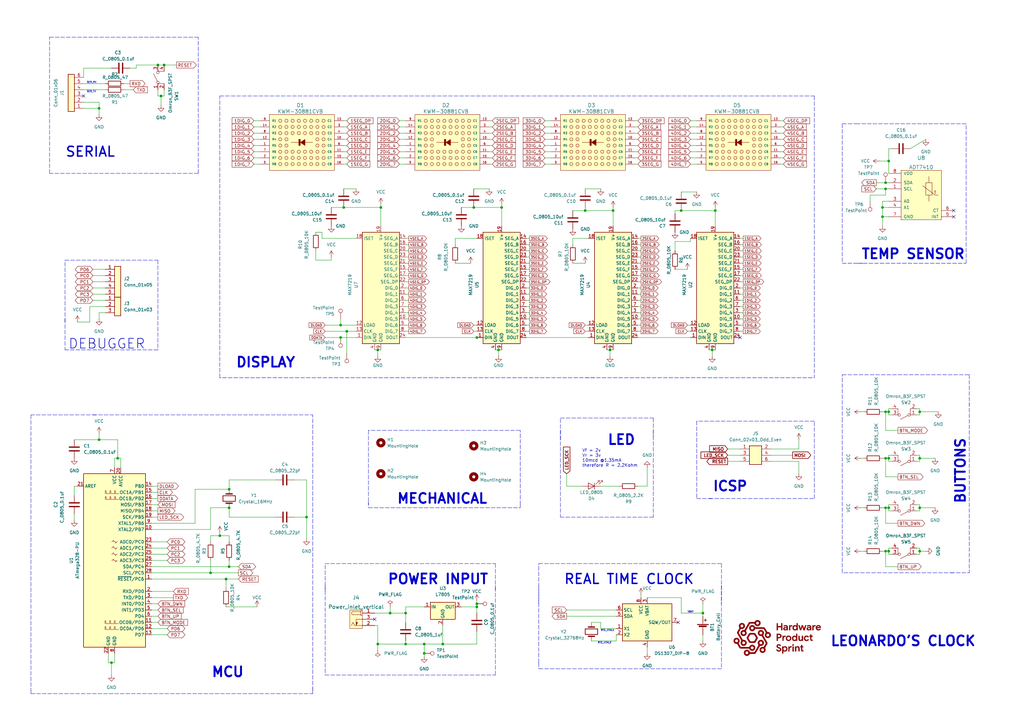
<source format=kicad_sch>
(kicad_sch (version 20211123) (generator eeschema)
  (paper "A3")
  (junction (at 45.72 271.78))
  (junction (at 173.99 264.16))
  (junction (at 364.49 66.04))
  (junction (at 195.58 138.43))
  (junction (at 140.97 85.09))
  (junction (at 93.98 232.41))
  (junction (at 156.21 85.09))
  (junction (at 139.7 138.43))
  (junction (at 40.64 180.34))
  (junction (at 363.22 208.28))
  (junction (at 92.71 237.49))
  (junction (at 93.98 200.66))
  (junction (at 279.4 86.36))
  (junction (at 205.74 85.09))
  (junction (at 181.61 264.16))
  (junction (at 363.22 77.47))
  (junction (at 195.58 248.92))
  (junction (at 166.37 264.16))
  (junction (at 377.19 226.06))
  (junction (at 377.19 168.91))
  (junction (at 40.64 44.45))
  (junction (at 364.49 187.96))
  (junction (at 166.37 251.46))
  (junction (at 377.19 187.96))
  (junction (at 67.31 26.67))
  (junction (at 377.19 208.28))
  (junction (at 293.37 86.36))
  (junction (at 363.22 74.93))
  (junction (at 93.98 208.28))
  (junction (at 250.19 143.51))
  (junction (at 363.22 187.96))
  (junction (at 240.03 86.36))
  (junction (at 86.36 234.95))
  (junction (at 251.46 86.36))
  (junction (at 139.7 133.35))
  (junction (at 363.22 168.91))
  (junction (at 66.04 39.37))
  (junction (at 364.49 226.06))
  (junction (at 125.73 212.09))
  (junction (at 363.22 226.06))
  (junction (at 142.24 135.89))
  (junction (at 194.31 85.09))
  (junction (at 48.26 187.96))
  (junction (at 364.49 208.28))
  (junction (at 204.47 143.51))
  (junction (at 154.94 264.16))
  (junction (at 173.99 267.97))
  (junction (at 364.49 168.91))
  (junction (at 361.95 85.09))
  (junction (at 160.02 251.46))
  (junction (at 154.94 143.51))
  (junction (at 292.1 143.51))
  (junction (at 361.95 88.9))
  (junction (at 64.77 26.67))
  (junction (at 195.58 247.65))
  (junction (at 288.29 251.46))
  (junction (at 90.17 219.71))
  (no_connect (at 153.67 254))
  (no_connect (at 34.29 39.37))
  (no_connect (at 278.13 255.27))
  (no_connect (at 391.16 88.9))
  (no_connect (at 391.16 86.36))
  (no_connect (at 303.53 138.43))
  (wire (pts (xy 200.66 59.69) (xy 201.93 59.69)))
  (wire (pts (xy 62.23 224.79) (xy 68.58 224.79)))
  (polyline (pts (xy 285.75 172.72) (xy 285.75 204.47)))
  (wire (pts (xy 364.49 170.18) (xy 365.76 170.18)))
  (wire (pts (xy 232.41 199.39) (xy 238.76 199.39)))
  (wire (pts (xy 232.41 194.31) (xy 232.41 199.39)))
  (wire (pts (xy 320.04 52.07) (xy 321.31 52.07)))
  (wire (pts (xy 62.23 222.25) (xy 68.58 222.25)))
  (wire (pts (xy 163.83 67.31) (xy 166.37 67.31)))
  (wire (pts (xy 262.89 120.65) (xy 261.62 120.65)))
  (polyline (pts (xy 64.77 106.68) (xy 64.77 143.51)))
  (wire (pts (xy 38.1 113.03) (xy 43.18 113.03)))
  (wire (pts (xy 377.19 208.28) (xy 383.54 208.28)))
  (wire (pts (xy 66.04 39.37) (xy 64.77 39.37)))
  (polyline (pts (xy 203.2 231.14) (xy 203.2 242.57)))
  (wire (pts (xy 262.89 130.81) (xy 261.62 130.81)))
  (wire (pts (xy 38.1 110.49) (xy 43.18 110.49)))
  (wire (pts (xy 140.97 67.31) (xy 142.24 67.31)))
  (wire (pts (xy 200.66 54.61) (xy 201.93 54.61)))
  (wire (pts (xy 293.37 86.36) (xy 279.4 86.36)))
  (wire (pts (xy 154.94 264.16) (xy 154.94 266.7)))
  (wire (pts (xy 46.99 267.97) (xy 46.99 271.78)))
  (wire (pts (xy 43.18 128.27) (xy 40.64 128.27)))
  (wire (pts (xy 67.31 26.67) (xy 72.39 26.67)))
  (wire (pts (xy 40.64 177.8) (xy 40.64 180.34)))
  (wire (pts (xy 246.38 199.39) (xy 254 199.39)))
  (wire (pts (xy 62.23 260.35) (xy 68.58 260.35)))
  (polyline (pts (xy 20.32 15.24) (xy 81.28 15.24)))
  (wire (pts (xy 205.74 92.71) (xy 205.74 85.09)))
  (wire (pts (xy 223.52 62.23) (xy 226.06 62.23)))
  (wire (pts (xy 36.83 132.08) (xy 31.75 132.08)))
  (wire (pts (xy 223.52 57.15) (xy 226.06 57.15)))
  (wire (pts (xy 125.73 196.85) (xy 125.73 212.09)))
  (wire (pts (xy 104.14 67.31) (xy 106.68 67.31)))
  (wire (pts (xy 173.99 264.16) (xy 173.99 267.97)))
  (wire (pts (xy 364.49 224.79) (xy 365.76 224.79)))
  (wire (pts (xy 283.21 99.06) (xy 276.86 99.06)))
  (polyline (pts (xy 267.97 171.45) (xy 267.97 179.07)))
  (wire (pts (xy 288.29 251.46) (xy 288.29 247.65)))
  (polyline (pts (xy 151.13 208.28) (xy 213.36 208.28)))
  (polyline (pts (xy 26.67 106.68) (xy 64.77 106.68)))
  (wire (pts (xy 223.52 54.61) (xy 226.06 54.61)))
  (polyline (pts (xy 39.37 170.18) (xy 12.7 170.18)))
  (wire (pts (xy 166.37 248.92) (xy 166.37 251.46)))
  (wire (pts (xy 246.38 257.81) (xy 246.38 255.27)))
  (wire (pts (xy 363.22 176.53) (xy 363.22 168.91)))
  (wire (pts (xy 262.89 105.41) (xy 261.62 105.41)))
  (wire (pts (xy 359.41 77.47) (xy 363.22 77.47)))
  (wire (pts (xy 283.21 67.31) (xy 285.75 67.31)))
  (wire (pts (xy 200.66 62.23) (xy 201.93 62.23)))
  (wire (pts (xy 53.34 27.94) (xy 55.88 27.94)))
  (wire (pts (xy 262.89 97.79) (xy 261.62 97.79)))
  (wire (pts (xy 163.83 49.53) (xy 166.37 49.53)))
  (wire (pts (xy 62.23 255.27) (xy 64.77 255.27)))
  (wire (pts (xy 34.29 31.75) (xy 34.29 27.94)))
  (wire (pts (xy 146.05 138.43) (xy 139.7 138.43)))
  (wire (pts (xy 241.3 135.89) (xy 240.03 135.89)))
  (wire (pts (xy 40.64 44.45) (xy 40.64 46.99)))
  (wire (pts (xy 283.21 57.15) (xy 285.75 57.15)))
  (wire (pts (xy 62.23 201.93) (xy 64.77 201.93)))
  (wire (pts (xy 163.83 52.07) (xy 166.37 52.07)))
  (wire (pts (xy 200.66 52.07) (xy 201.93 52.07)))
  (wire (pts (xy 377.19 170.18) (xy 377.19 168.91)))
  (wire (pts (xy 283.21 135.89) (xy 281.94 135.89)))
  (polyline (pts (xy 81.28 71.12) (xy 81.28 15.24)))
  (wire (pts (xy 140.97 85.09) (xy 135.89 85.09)))
  (polyline (pts (xy 389.89 234.95) (xy 397.51 234.95)))
  (wire (pts (xy 154.94 143.51) (xy 153.67 143.51)))
  (wire (pts (xy 364.49 85.09) (xy 361.95 85.09)))
  (wire (pts (xy 140.97 62.23) (xy 142.24 62.23)))
  (wire (pts (xy 223.52 67.31) (xy 226.06 67.31)))
  (wire (pts (xy 320.04 54.61) (xy 321.31 54.61)))
  (wire (pts (xy 92.71 241.3) (xy 92.71 237.49)))
  (wire (pts (xy 49.53 187.96) (xy 49.53 191.77)))
  (wire (pts (xy 167.64 97.79) (xy 166.37 97.79)))
  (wire (pts (xy 142.24 135.89) (xy 133.35 135.89)))
  (wire (pts (xy 356.87 80.01) (xy 363.22 80.01)))
  (wire (pts (xy 223.52 49.53) (xy 226.06 49.53)))
  (wire (pts (xy 223.52 59.69) (xy 226.06 59.69)))
  (wire (pts (xy 364.49 167.64) (xy 364.49 168.91)))
  (wire (pts (xy 217.17 133.35) (xy 215.9 133.35)))
  (wire (pts (xy 327.66 189.23) (xy 327.66 194.31)))
  (wire (pts (xy 261.62 49.53) (xy 260.35 49.53)))
  (wire (pts (xy 200.66 77.47) (xy 194.31 77.47)))
  (wire (pts (xy 361.95 85.09) (xy 361.95 88.9)))
  (wire (pts (xy 67.31 36.83) (xy 67.31 39.37)))
  (wire (pts (xy 40.64 180.34) (xy 48.26 180.34)))
  (wire (pts (xy 204.47 146.05) (xy 204.47 143.51)))
  (wire (pts (xy 67.31 39.37) (xy 66.04 39.37)))
  (wire (pts (xy 356.87 82.55) (xy 356.87 80.01)))
  (wire (pts (xy 281.94 110.49) (xy 276.86 110.49)))
  (wire (pts (xy 364.49 186.69) (xy 364.49 187.96)))
  (wire (pts (xy 283.21 62.23) (xy 285.75 62.23)))
  (polyline (pts (xy 267.97 176.53) (xy 267.97 212.09)))
  (wire (pts (xy 62.23 252.73) (xy 64.77 252.73)))
  (wire (pts (xy 34.29 36.83) (xy 43.18 36.83)))
  (wire (pts (xy 304.8 120.65) (xy 303.53 120.65)))
  (polyline (pts (xy 345.44 107.95) (xy 354.33 107.95)))
  (wire (pts (xy 193.04 107.95) (xy 186.69 107.95)))
  (polyline (pts (xy 295.91 274.32) (xy 220.98 274.32)))
  (wire (pts (xy 320.04 59.69) (xy 321.31 59.69)))
  (wire (pts (xy 250.19 146.05) (xy 250.19 143.51)))
  (wire (pts (xy 365.76 60.96) (xy 364.49 60.96)))
  (wire (pts (xy 377.19 168.91) (xy 384.81 168.91)))
  (wire (pts (xy 43.18 125.73) (xy 36.83 125.73)))
  (polyline (pts (xy 396.24 107.95) (xy 396.24 50.8)))
  (wire (pts (xy 64.77 26.67) (xy 67.31 26.67)))
  (wire (pts (xy 363.22 176.53) (xy 368.3 176.53)))
  (wire (pts (xy 304.8 100.33) (xy 303.53 100.33)))
  (wire (pts (xy 283.21 54.61) (xy 285.75 54.61)))
  (wire (pts (xy 93.98 219.71) (xy 93.98 222.25)))
  (wire (pts (xy 93.98 212.09) (xy 93.98 208.28)))
  (wire (pts (xy 304.8 123.19) (xy 303.53 123.19)))
  (wire (pts (xy 181.61 264.16) (xy 195.58 264.16)))
  (wire (pts (xy 320.04 67.31) (xy 321.31 67.31)))
  (wire (pts (xy 251.46 143.51) (xy 250.19 143.51)))
  (wire (pts (xy 304.8 118.11) (xy 303.53 118.11)))
  (wire (pts (xy 316.23 186.69) (xy 325.12 186.69)))
  (polyline (pts (xy 229.87 176.53) (xy 229.87 212.09)))
  (wire (pts (xy 260.35 54.61) (xy 261.62 54.61)))
  (wire (pts (xy 34.29 34.29) (xy 43.18 34.29)))
  (wire (pts (xy 62.23 217.17) (xy 86.36 217.17)))
  (wire (pts (xy 363.22 214.63) (xy 363.22 208.28)))
  (wire (pts (xy 86.36 217.17) (xy 86.36 208.28)))
  (wire (pts (xy 167.64 133.35) (xy 166.37 133.35)))
  (wire (pts (xy 62.23 242.57) (xy 71.12 242.57)))
  (polyline (pts (xy 351.79 107.95) (xy 396.24 107.95)))
  (wire (pts (xy 304.8 130.81) (xy 303.53 130.81)))
  (wire (pts (xy 260.35 64.77) (xy 261.62 64.77)))
  (wire (pts (xy 361.95 82.55) (xy 364.49 82.55)))
  (polyline (pts (xy 38.1 170.18) (xy 128.27 170.18)))
  (polyline (pts (xy 133.35 231.14) (xy 203.2 231.14)))
  (wire (pts (xy 140.97 52.07) (xy 142.24 52.07)))
  (wire (pts (xy 104.14 59.69) (xy 106.68 59.69)))
  (wire (pts (xy 167.64 100.33) (xy 166.37 100.33)))
  (wire (pts (xy 40.64 128.27) (xy 40.64 130.81)))
  (wire (pts (xy 365.76 227.33) (xy 364.49 227.33)))
  (wire (pts (xy 48.26 187.96) (xy 48.26 180.34)))
  (polyline (pts (xy 90.17 39.37) (xy 334.01 39.37)))
  (polyline (pts (xy 295.91 240.03) (xy 295.91 274.32)))
  (polyline (pts (xy 267.97 212.09) (xy 229.87 212.09)))
  (wire (pts (xy 167.64 105.41) (xy 166.37 105.41)))
  (wire (pts (xy 377.19 224.79) (xy 375.92 224.79)))
  (wire (pts (xy 120.65 212.09) (xy 125.73 212.09)))
  (polyline (pts (xy 128.27 284.48) (xy 128.27 283.21)))
  (wire (pts (xy 377.19 189.23) (xy 377.19 187.96)))
  (polyline (pts (xy 90.17 154.94) (xy 90.17 39.37)))
  (wire (pts (xy 241.3 133.35) (xy 240.03 133.35)))
  (wire (pts (xy 66.04 43.18) (xy 66.04 39.37)))
  (wire (pts (xy 153.67 256.54) (xy 154.94 256.54)))
  (wire (pts (xy 62.23 237.49) (xy 92.71 237.49)))
  (wire (pts (xy 364.49 209.55) (xy 365.76 209.55)))
  (wire (pts (xy 163.83 59.69) (xy 166.37 59.69)))
  (wire (pts (xy 40.64 44.45) (xy 34.29 44.45)))
  (wire (pts (xy 217.17 135.89) (xy 215.9 135.89)))
  (polyline (pts (xy 64.77 143.51) (xy 26.67 143.51)))
  (wire (pts (xy 288.29 251.46) (xy 288.29 252.73)))
  (wire (pts (xy 217.17 115.57) (xy 215.9 115.57)))
  (wire (pts (xy 195.58 248.92) (xy 195.58 247.65)))
  (wire (pts (xy 140.97 64.77) (xy 142.24 64.77)))
  (wire (pts (xy 283.21 59.69) (xy 285.75 59.69)))
  (wire (pts (xy 368.3 214.63) (xy 363.22 214.63)))
  (wire (pts (xy 142.24 49.53) (xy 140.97 49.53)))
  (wire (pts (xy 154.94 256.54) (xy 154.94 264.16)))
  (wire (pts (xy 262.89 128.27) (xy 261.62 128.27)))
  (wire (pts (xy 353.06 168.91) (xy 354.33 168.91)))
  (wire (pts (xy 361.95 208.28) (xy 363.22 208.28)))
  (polyline (pts (xy 26.67 130.81) (xy 26.67 143.51)))
  (wire (pts (xy 195.58 97.79) (xy 186.69 97.79)))
  (wire (pts (xy 364.49 187.96) (xy 364.49 189.23)))
  (wire (pts (xy 377.19 227.33) (xy 377.19 226.06)))
  (wire (pts (xy 327.66 184.15) (xy 316.23 184.15)))
  (wire (pts (xy 38.1 118.11) (xy 43.18 118.11)))
  (wire (pts (xy 186.69 100.33) (xy 186.69 97.79)))
  (wire (pts (xy 377.19 226.06) (xy 379.73 226.06)))
  (polyline (pts (xy 295.91 231.14) (xy 295.91 247.65)))
  (polyline (pts (xy 213.36 208.28) (xy 213.36 207.01)))
  (wire (pts (xy 283.21 64.77) (xy 285.75 64.77)))
  (wire (pts (xy 86.36 229.87) (xy 86.36 234.95)))
  (wire (pts (xy 298.45 189.23) (xy 303.53 189.23)))
  (wire (pts (xy 375.92 209.55) (xy 377.19 209.55)))
  (wire (pts (xy 320.04 62.23) (xy 321.31 62.23)))
  (polyline (pts (xy 397.51 153.67) (xy 397.51 166.37)))
  (wire (pts (xy 217.17 107.95) (xy 215.9 107.95)))
  (wire (pts (xy 160.02 251.46) (xy 153.67 251.46)))
  (wire (pts (xy 265.43 265.43) (xy 265.43 267.97)))
  (wire (pts (xy 46.99 191.77) (xy 46.99 187.96)))
  (wire (pts (xy 195.58 264.16) (xy 195.58 259.08)))
  (wire (pts (xy 298.45 184.15) (xy 303.53 184.15)))
  (wire (pts (xy 62.23 257.81) (xy 68.58 257.81)))
  (wire (pts (xy 361.95 88.9) (xy 361.95 92.71)))
  (wire (pts (xy 364.49 208.28) (xy 364.49 209.55)))
  (wire (pts (xy 217.17 125.73) (xy 215.9 125.73)))
  (wire (pts (xy 292.1 146.05) (xy 292.1 143.51)))
  (wire (pts (xy 304.8 128.27) (xy 303.53 128.27)))
  (polyline (pts (xy 12.7 284.48) (xy 128.27 284.48)))
  (wire (pts (xy 62.23 229.87) (xy 68.58 229.87)))
  (wire (pts (xy 283.21 138.43) (xy 261.62 138.43)))
  (wire (pts (xy 361.95 226.06) (xy 363.22 226.06)))
  (wire (pts (xy 139.7 133.35) (xy 133.35 133.35)))
  (wire (pts (xy 156.21 143.51) (xy 154.94 143.51)))
  (wire (pts (xy 166.37 251.46) (xy 160.02 251.46)))
  (wire (pts (xy 125.73 212.09) (xy 125.73 220.98)))
  (wire (pts (xy 104.14 62.23) (xy 106.68 62.23)))
  (wire (pts (xy 90.17 219.71) (xy 90.17 218.44)))
  (wire (pts (xy 166.37 264.16) (xy 166.37 262.89)))
  (wire (pts (xy 363.22 74.93) (xy 364.49 74.93)))
  (polyline (pts (xy 26.67 132.08) (xy 26.67 106.68)))
  (wire (pts (xy 246.38 77.47) (xy 240.03 77.47)))
  (wire (pts (xy 50.8 36.83) (xy 54.61 36.83)))
  (wire (pts (xy 293.37 86.36) (xy 293.37 85.09)))
  (polyline (pts (xy 133.35 276.86) (xy 203.2 276.86)))
  (polyline (pts (xy 334.01 172.72) (xy 285.75 172.72)))
  (wire (pts (xy 62.23 209.55) (xy 64.77 209.55)))
  (wire (pts (xy 92.71 248.92) (xy 105.41 248.92)))
  (wire (pts (xy 304.8 105.41) (xy 303.53 105.41)))
  (wire (pts (xy 40.64 41.91) (xy 40.64 44.45)))
  (polyline (pts (xy 213.36 176.53) (xy 151.13 176.53)))
  (wire (pts (xy 246.38 257.81) (xy 252.73 257.81)))
  (wire (pts (xy 189.23 248.92) (xy 195.58 248.92)))
  (wire (pts (xy 365.76 207.01) (xy 364.49 207.01)))
  (wire (pts (xy 304.8 102.87) (xy 303.53 102.87)))
  (wire (pts (xy 223.52 64.77) (xy 226.06 64.77)))
  (wire (pts (xy 135.89 106.68) (xy 135.89 105.41)))
  (wire (pts (xy 38.1 123.19) (xy 43.18 123.19)))
  (wire (pts (xy 320.04 64.77) (xy 321.31 64.77)))
  (wire (pts (xy 361.95 187.96) (xy 363.22 187.96)))
  (wire (pts (xy 154.94 146.05) (xy 154.94 143.51)))
  (polyline (pts (xy 220.98 271.78) (xy 220.98 240.03)))
  (wire (pts (xy 86.36 222.25) (xy 86.36 219.71)))
  (wire (pts (xy 276.86 102.87) (xy 276.86 99.06)))
  (wire (pts (xy 262.89 115.57) (xy 261.62 115.57)))
  (polyline (pts (xy 133.35 240.03) (xy 133.35 276.86)))
  (wire (pts (xy 217.17 118.11) (xy 215.9 118.11)))
  (wire (pts (xy 167.64 115.57) (xy 166.37 115.57)))
  (wire (pts (xy 173.99 267.97) (xy 173.99 269.24)))
  (wire (pts (xy 62.23 247.65) (xy 64.77 247.65)))
  (polyline (pts (xy 128.27 281.94) (xy 128.27 283.21)))
  (wire (pts (xy 86.36 219.71) (xy 90.17 219.71)))
  (wire (pts (xy 156.21 85.09) (xy 156.21 83.82)))
  (wire (pts (xy 364.49 60.96) (xy 364.49 66.04)))
  (wire (pts (xy 353.06 187.96) (xy 354.33 187.96)))
  (wire (pts (xy 194.31 85.09) (xy 189.23 85.09)))
  (wire (pts (xy 167.64 125.73) (xy 166.37 125.73)))
  (wire (pts (xy 377.19 207.01) (xy 375.92 207.01)))
  (polyline (pts (xy 351.79 50.8) (xy 345.44 50.8)))
  (wire (pts (xy 140.97 54.61) (xy 142.24 54.61)))
  (wire (pts (xy 363.22 226.06) (xy 364.49 226.06)))
  (polyline (pts (xy 133.35 242.57) (xy 133.35 231.14)))
  (wire (pts (xy 364.49 226.06) (xy 364.49 224.79)))
  (wire (pts (xy 377.19 187.96) (xy 377.19 186.69)))
  (wire (pts (xy 132.08 95.25) (xy 129.54 95.25)))
  (wire (pts (xy 240.03 86.36) (xy 240.03 85.09)))
  (wire (pts (xy 262.89 102.87) (xy 261.62 102.87)))
  (wire (pts (xy 62.23 245.11) (xy 71.12 245.11)))
  (wire (pts (xy 167.64 135.89) (xy 166.37 135.89)))
  (wire (pts (xy 217.17 128.27) (xy 215.9 128.27)))
  (wire (pts (xy 320.04 57.15) (xy 321.31 57.15)))
  (wire (pts (xy 139.7 133.35) (xy 139.7 130.81)))
  (polyline (pts (xy 345.44 172.72) (xy 345.44 153.67)))
  (polyline (pts (xy 345.44 50.8) (xy 345.44 107.95)))
  (wire (pts (xy 62.23 250.19) (xy 64.77 250.19)))
  (wire (pts (xy 363.22 195.58) (xy 363.22 187.96)))
  (polyline (pts (xy 285.75 204.47) (xy 292.1 204.47)))
  (wire (pts (xy 154.94 264.16) (xy 166.37 264.16)))
  (polyline (pts (xy 397.51 165.1) (xy 397.51 234.95)))
  (polyline (pts (xy 229.87 171.45) (xy 267.97 171.45)))
  (wire (pts (xy 262.89 135.89) (xy 261.62 135.89)))
  (polyline (pts (xy 345.44 234.95) (xy 345.44 172.72)))
  (wire (pts (xy 195.58 248.92) (xy 195.58 251.46)))
  (wire (pts (xy 363.22 77.47) (xy 364.49 77.47)))
  (wire (pts (xy 195.58 138.43) (xy 166.37 138.43)))
  (wire (pts (xy 34.29 41.91) (xy 40.64 41.91)))
  (wire (pts (xy 160.02 248.92) (xy 160.02 251.46)))
  (polyline (pts (xy 20.32 71.12) (xy 20.32 15.24)))
  (wire (pts (xy 142.24 144.78) (xy 142.24 135.89)))
  (wire (pts (xy 262.89 123.19) (xy 261.62 123.19)))
  (wire (pts (xy 146.05 133.35) (xy 139.7 133.35)))
  (wire (pts (xy 262.89 118.11) (xy 261.62 118.11)))
  (wire (pts (xy 262.89 243.84) (xy 262.89 245.11)))
  (wire (pts (xy 38.1 115.57) (xy 43.18 115.57)))
  (wire (pts (xy 265.43 199.39) (xy 265.43 191.77)))
  (wire (pts (xy 262.89 100.33) (xy 261.62 100.33)))
  (wire (pts (xy 360.68 66.04) (xy 364.49 66.04)))
  (wire (pts (xy 167.64 130.81) (xy 166.37 130.81)))
  (wire (pts (xy 129.54 106.68) (xy 129.54 102.87)))
  (wire (pts (xy 62.23 234.95) (xy 86.36 234.95)))
  (wire (pts (xy 163.83 54.61) (xy 166.37 54.61)))
  (wire (pts (xy 166.37 255.27) (xy 166.37 251.46)))
  (wire (pts (xy 279.4 245.11) (xy 279.4 251.46)))
  (wire (pts (xy 217.17 97.79) (xy 215.9 97.79)))
  (wire (pts (xy 195.58 247.65) (xy 195.58 246.38)))
  (wire (pts (xy 304.8 113.03) (xy 303.53 113.03)))
  (wire (pts (xy 163.83 57.15) (xy 166.37 57.15)))
  (wire (pts (xy 93.98 229.87) (xy 93.98 232.41)))
  (wire (pts (xy 167.64 113.03) (xy 166.37 113.03)))
  (wire (pts (xy 252.73 260.35) (xy 252.73 262.89)))
  (wire (pts (xy 368.3 232.41) (xy 363.22 232.41)))
  (wire (pts (xy 260.35 57.15) (xy 261.62 57.15)))
  (wire (pts (xy 279.4 86.36) (xy 276.86 86.36)))
  (wire (pts (xy 304.8 125.73) (xy 303.53 125.73)))
  (wire (pts (xy 62.23 214.63) (xy 80.01 214.63)))
  (wire (pts (xy 55.88 27.94) (xy 55.88 26.67)))
  (wire (pts (xy 241.3 97.79) (xy 234.95 97.79)))
  (wire (pts (xy 132.08 97.79) (xy 132.08 95.25)))
  (wire (pts (xy 283.21 49.53) (xy 285.75 49.53)))
  (wire (pts (xy 232.41 252.73) (xy 252.73 252.73)))
  (wire (pts (xy 363.22 232.41) (xy 363.22 226.06)))
  (wire (pts (xy 195.58 133.35) (xy 194.31 133.35)))
  (wire (pts (xy 140.97 57.15) (xy 142.24 57.15)))
  (wire (pts (xy 217.17 110.49) (xy 215.9 110.49)))
  (wire (pts (xy 38.1 120.65) (xy 43.18 120.65)))
  (wire (pts (xy 181.61 256.54) (xy 181.61 264.16)))
  (polyline (pts (xy 240.03 154.94) (xy 334.01 154.94)))
  (wire (pts (xy 217.17 130.81) (xy 215.9 130.81)))
  (wire (pts (xy 30.48 199.39) (xy 30.48 203.2)))
  (polyline (pts (xy 396.24 50.8) (xy 351.79 50.8)))
  (wire (pts (xy 50.8 34.29) (xy 53.34 34.29)))
  (wire (pts (xy 200.66 67.31) (xy 201.93 67.31)))
  (wire (pts (xy 353.06 208.28) (xy 354.33 208.28)))
  (wire (pts (xy 34.29 27.94) (xy 45.72 27.94)))
  (wire (pts (xy 120.65 196.85) (xy 125.73 196.85)))
  (wire (pts (xy 363.22 168.91) (xy 364.49 168.91)))
  (polyline (pts (xy 290.83 204.47) (xy 334.01 204.47)))
  (wire (pts (xy 234.95 100.33) (xy 234.95 97.79)))
  (wire (pts (xy 375.92 227.33) (xy 377.19 227.33)))
  (polyline (pts (xy 220.98 247.65) (xy 220.98 231.14)))
  (wire (pts (xy 365.76 167.64) (xy 364.49 167.64)))
  (polyline (pts (xy 220.98 271.78) (xy 220.98 274.32)))
  (wire (pts (xy 86.36 234.95) (xy 97.79 234.95)))
  (wire (pts (xy 113.03 196.85) (xy 93.98 196.85)))
  (wire (pts (xy 62.23 212.09) (xy 64.77 212.09)))
  (wire (pts (xy 251.46 86.36) (xy 240.03 86.36)))
  (wire (pts (xy 361.95 168.91) (xy 363.22 168.91)))
  (wire (pts (xy 45.72 271.78) (xy 45.72 276.86)))
  (wire (pts (xy 316.23 189.23) (xy 327.66 189.23)))
  (wire (pts (xy 375.92 189.23) (xy 377.19 189.23)))
  (wire (pts (xy 250.19 143.51) (xy 248.92 143.51)))
  (wire (pts (xy 80.01 200.66) (xy 93.98 200.66)))
  (wire (pts (xy 260.35 52.07) (xy 261.62 52.07)))
  (wire (pts (xy 80.01 214.63) (xy 80.01 200.66)))
  (wire (pts (xy 283.21 52.07) (xy 285.75 52.07)))
  (wire (pts (xy 251.46 92.71) (xy 251.46 86.36)))
  (wire (pts (xy 167.64 102.87) (xy 166.37 102.87)))
  (wire (pts (xy 292.1 143.51) (xy 290.83 143.51)))
  (wire (pts (xy 146.05 77.47) (xy 140.97 77.47)))
  (polyline (pts (xy 229.87 180.34) (xy 229.87 171.45)))
  (wire (pts (xy 260.35 59.69) (xy 261.62 59.69)))
  (wire (pts (xy 156.21 92.71) (xy 156.21 85.09)))
  (wire (pts (xy 364.49 66.04) (xy 364.49 71.12)))
  (polyline (pts (xy 151.13 176.53) (xy 151.13 207.01)))
  (wire (pts (xy 93.98 196.85) (xy 93.98 200.66)))
  (wire (pts (xy 217.17 105.41) (xy 215.9 105.41)))
  (wire (pts (xy 251.46 86.36) (xy 251.46 85.09)))
  (wire (pts (xy 368.3 195.58) (xy 363.22 195.58)))
  (wire (pts (xy 104.14 64.77) (xy 106.68 64.77)))
  (wire (pts (xy 201.93 49.53) (xy 200.66 49.53)))
  (wire (pts (xy 234.95 86.36) (xy 240.03 86.36)))
  (wire (pts (xy 364.49 168.91) (xy 364.49 170.18)))
  (wire (pts (xy 97.79 237.49) (xy 92.71 237.49)))
  (wire (pts (xy 364.49 88.9) (xy 361.95 88.9)))
  (wire (pts (xy 205.74 85.09) (xy 194.31 85.09)))
  (wire (pts (xy 167.64 107.95) (xy 166.37 107.95)))
  (wire (pts (xy 36.83 125.73) (xy 36.83 132.08)))
  (wire (pts (xy 62.23 207.01) (xy 64.77 207.01)))
  (wire (pts (xy 46.99 187.96) (xy 48.26 187.96)))
  (wire (pts (xy 146.05 135.89) (xy 142.24 135.89)))
  (wire (pts (xy 217.17 102.87) (xy 215.9 102.87)))
  (wire (pts (xy 93.98 232.41) (xy 97.79 232.41)))
  (polyline (pts (xy 243.84 154.94) (xy 90.17 154.94)))
  (wire (pts (xy 200.66 64.77) (xy 201.93 64.77)))
  (wire (pts (xy 31.75 199.39) (xy 30.48 199.39)))
  (wire (pts (xy 327.66 180.34) (xy 327.66 184.15)))
  (wire (pts (xy 288.29 260.35) (xy 288.29 262.89)))
  (wire (pts (xy 377.19 187.96) (xy 383.54 187.96)))
  (wire (pts (xy 200.66 57.15) (xy 201.93 57.15)))
  (wire (pts (xy 304.8 133.35) (xy 303.53 133.35)))
  (wire (pts (xy 260.35 67.31) (xy 261.62 67.31)))
  (wire (pts (xy 365.76 186.69) (xy 364.49 186.69)))
  (wire (pts (xy 205.74 143.51) (xy 204.47 143.51)))
  (wire (pts (xy 135.89 106.68) (xy 129.54 106.68)))
  (wire (pts (xy 113.03 212.09) (xy 93.98 212.09)))
  (wire (pts (xy 304.8 97.79) (xy 303.53 97.79)))
  (wire (pts (xy 167.64 120.65) (xy 166.37 120.65)))
  (wire (pts (xy 242.57 255.27) (xy 246.38 255.27)))
  (wire (pts (xy 62.23 199.39) (xy 64.77 199.39)))
  (wire (pts (xy 163.83 62.23) (xy 166.37 62.23)))
  (wire (pts (xy 62.23 227.33) (xy 68.58 227.33)))
  (wire (pts (xy 241.3 138.43) (xy 215.9 138.43)))
  (wire (pts (xy 283.21 99.06) (xy 283.21 97.79)))
  (wire (pts (xy 195.58 135.89) (xy 194.31 135.89)))
  (wire (pts (xy 279.4 251.46) (xy 288.29 251.46)))
  (wire (pts (xy 363.22 187.96) (xy 364.49 187.96)))
  (wire (pts (xy 304.8 110.49) (xy 303.53 110.49)))
  (wire (pts (xy 55.88 26.67) (xy 64.77 26.67)))
  (polyline (pts (xy 12.7 170.18) (xy 12.7 283.21)))
  (wire (pts (xy 364.49 189.23) (xy 365.76 189.23)))
  (wire (pts (xy 44.45 271.78) (xy 45.72 271.78)))
  (wire (pts (xy 146.05 97.79) (xy 132.08 97.79)))
  (wire (pts (xy 377.19 226.06) (xy 377.19 224.79)))
  (wire (pts (xy 62.23 204.47) (xy 64.77 204.47)))
  (wire (pts (xy 217.17 100.33) (xy 215.9 100.33)))
  (polyline (pts (xy 213.36 207.01) (xy 213.36 176.53)))
  (wire (pts (xy 167.64 110.49) (xy 166.37 110.49)))
  (wire (pts (xy 262.89 107.95) (xy 261.62 107.95)))
  (wire (pts (xy 361.95 82.55) (xy 361.95 85.09)))
  (wire (pts (xy 104.14 52.07) (xy 106.68 52.07)))
  (wire (pts (xy 64.77 39.37) (xy 64.77 36.83)))
  (wire (pts (xy 298.45 186.69) (xy 303.53 186.69)))
  (wire (pts (xy 232.41 250.19) (xy 252.73 250.19)))
  (polyline (pts (xy 334.01 39.37) (xy 334.01 154.94)))
  (wire (pts (xy 217.17 120.65) (xy 215.9 120.65)))
  (wire (pts (xy 62.23 232.41) (xy 93.98 232.41)))
  (wire (pts (xy 205.74 85.09) (xy 205.74 83.82)))
  (polyline (pts (xy 391.16 234.95) (xy 345.44 234.95)))
  (wire (pts (xy 375.92 170.18) (xy 377.19 170.18)))
  (polyline (pts (xy 81.28 71.12) (xy 20.32 71.12)))
  (wire (pts (xy 93.98 219.71) (xy 90.17 219.71)))
  (wire (pts (xy 167.64 118.11) (xy 166.37 118.11)))
  (wire (pts (xy 260.35 62.23) (xy 261.62 62.23)))
  (wire (pts (xy 377.19 168.91) (xy 377.19 167.64)))
  (wire (pts (xy 104.14 57.15) (xy 106.68 57.15)))
  (wire (pts (xy 173.99 264.16) (xy 181.61 264.16)))
  (wire (pts (xy 163.83 64.77) (xy 166.37 64.77)))
  (wire (pts (xy 45.72 271.78) (xy 46.99 271.78)))
  (polyline (pts (xy 203.2 276.86) (xy 203.2 240.03)))
  (polyline (pts (xy 128.27 283.21) (xy 128.27 170.18)))
  (wire (pts (xy 363.22 208.28) (xy 364.49 208.28)))
  (wire (pts (xy 199.39 138.43) (xy 195.58 138.43)))
  (wire (pts (xy 140.97 59.69) (xy 142.24 59.69)))
  (wire (pts (xy 377.19 167.64) (xy 375.92 167.64)))
  (polyline (pts (xy 220.98 231.14) (xy 295.91 231.14)))
  (wire (pts (xy 44.45 267.97) (xy 44.45 271.78)))
  (wire (pts (xy 223.52 52.07) (xy 226.06 52.07)))
  (wire (pts (xy 104.14 49.53) (xy 106.68 49.53)))
  (wire (pts (xy 261.62 199.39) (xy 265.43 199.39)))
  (wire (pts (xy 293.37 92.71) (xy 293.37 86.36)))
  (polyline (pts (xy 345.44 153.67) (xy 397.51 153.67)))
  (wire (pts (xy 377.19 186.69) (xy 375.92 186.69)))
  (wire (pts (xy 377.19 209.55) (xy 377.19 208.28)))
  (wire (pts (xy 262.89 110.49) (xy 261.62 110.49)))
  (wire (pts (xy 240.03 107.95) (xy 234.95 107.95)))
  (wire (pts (xy 293.37 143.51) (xy 292.1 143.51)))
  (wire (pts (xy 304.8 107.95) (xy 303.53 107.95)))
  (wire (pts (xy 217.17 113.03) (xy 215.9 113.03)))
  (wire (pts (xy 304.8 135.89) (xy 303.53 135.89)))
  (wire (pts (xy 262.89 133.35) (xy 261.62 133.35)))
  (wire (pts (xy 262.89 113.03) (xy 261.62 113.03)))
  (wire (pts (xy 364.49 227.33) (xy 364.49 226.06)))
  (wire (pts (xy 167.64 128.27) (xy 166.37 128.27)))
  (polyline (pts (xy 334.01 204.47) (xy 334.01 172.72)))
  (wire (pts (xy 377.19 208.28) (xy 377.19 207.01)))
  (wire (pts (xy 373.38 60.96) (xy 379.73 57.15)))
  (wire (pts (xy 166.37 264.16) (xy 173.99 264.16)))
  (wire (pts (xy 30.48 180.34) (xy 40.64 180.34)))
  (wire (pts (xy 265.43 245.11) (xy 279.4 245.11)))
  (wire (pts (xy 48.26 187.96) (xy 49.53 187.96)))
  (wire (pts (xy 30.48 210.82) (xy 30.48 213.36)))
  (wire (pts (xy 276.86 87.63) (xy 276.86 86.36)))
  (wire (pts (xy 252.73 262.89) (xy 242.57 262.89)))
  (wire (pts (xy 304.8 115.57) (xy 303.53 115.57)))
  (wire (pts (xy 364.49 207.01) (xy 364.49 208.28)))
  (wire (pts (xy 167.64 123.19) (xy 166.37 123.19)))
  (polyline (pts (xy 151.13 205.74) (xy 151.13 208.28)))
  (wire (pts (xy 104.14 54.61) (xy 106.68 54.61)))
  (wire (pts (xy 204.47 143.51) (xy 203.2 143.51)))
  (wire (pts (xy 156.21 85.09) (xy 140.97 85.09)))
  (wire (pts (xy 86.36 208.28) (xy 93.98 208.28)))
  (wire (pts (xy 139.7 138.43) (xy 133.35 138.43)))
  (wire (pts (xy 363.22 80.01) (xy 363.22 77.47)))
  (wire (pts (xy 321.31 49.53) (xy 320.04 49.53)))
  (wire (pts (xy 217.17 123.19) (xy 215.9 123.19)))
  (wire (pts (xy 285.75 78.74) (xy 279.4 78.74)))
  (wire (pts (xy 353.06 226.06) (xy 354.33 226.06)))
  (wire (pts (xy 173.99 248.92) (xy 166.37 248.92)))
  (polyline (pts (xy 12.7 283.21) (xy 12.7 284.48)))
  (wire (pts (xy 262.89 125.73) (xy 261.62 125.73)))
  (wire (pts (xy 283.21 133.35) (xy 281.94 133.35)))
  (wire (pts (xy 359.41 74.93) (xy 363.22 74.93)))
  (text "RTC_XTAL1" (at 246.38 259.08 0) (effects (font (size 0.7 0.7)) (justify left bottom)))
  (text "BUTTONS" (at 396.24 207.01 90) (effects (font (size 4 4) bold) (justify left bottom)))
  (text "DISPLAY" (at 96.52 151.13 0) (effects (font (size 4 4) bold) (justify left bottom)))
  (text "REAL TIME CLOCK" (at 231.14 240.03 0) (effects (font (size 4 4) (thickness 0.6) bold) (justify left bottom)))
  (text "DEBUGGER" (at 27.94 143.51 0) (effects (font (size 4 4) (thickness 0.254) bold) (justify left bottom)))
  (text "LED" (at 248.92 182.88 0) (effects (font (size 4 4) bold) (justify left bottom)))
  (text "SERIAL" (at 26.67 64.77 0) (effects (font (size 4 4) (thickness 0.6) bold) (justify left bottom)))
  (text "LEONARDO'S CLOCK" (at 340.36 265.43 0) (effects (font (size 4 4) bold) (justify left bottom)))
  (text "RTC_XTAL2" (at 245.11 264.16 0) (effects (font (size 0.7 0.7)) (justify left bottom)))
  (text "TEMP SENSOR" (at 353.06 106.68 0) (effects (font (size 4 4) (thickness 0.8) bold) (justify left bottom)))
  (text "VBAT" (at 281.94 251.46 0) (effects (font (size 0.7 0.7)) (justify left bottom)))
  (text "MECHANICAL" (at 162.56 207.01 0) (effects (font (size 4 4) bold) (justify left bottom)))
  (text "MCU" (at 100.33 278.13 180) (effects (font (size 4 4) bold) (justify right bottom)))
  (text "SER_TX" (at 35.56 38.1 0) (effects (font (size 0.7 0.7) bold) (justify left bottom)))
  (text "Vf = 2v\nVr = 3v\n10mcd @1.35mA\ntherefore R = 2.2Kohm" (at 238.76 191.77 0) (effects (font (size 1.27 1.27)) (justify left bottom)))
  (text "POWER INPUT" (at 158.75 240.03 0) (effects (font (size 4 4) bold) (justify left bottom)))
  (text "ICSP" (at 292.1 201.93 0) (effects (font (size 4 4) bold) (justify left bottom)))
  (text "SER_RX" (at 35.56 34.29 0) (effects (font (size 0.7 0.7) bold) (justify left bottom)))
  (global_label "1SEG_B" (shape output) (at 304.8 100.33 0) (effects (font (size 1 1))) (property "Intersheet References" "${INTERSHEET_REFS}" (effects hide)))
  (global_label "LED_SCK" (shape output) (at 64.77 212.09 0) (property "Intersheet References" "${INTERSHEET_REFS}" (effects hide)))
  (global_label "1DIG_3" (shape output) (at 304.8 125.73 0) (effects (font (size 1 1))) (property "Intersheet References" "${INTERSHEET_REFS}" (effects hide)))
  (global_label "1DIG_3" (shape input) (at 104.14 57.15 180) (property "Intersheet References" "${INTERSHEET_REFS}" (effects hide)))
  (global_label "1SEG_B" (shape input) (at 142.24 54.61 0) (property "Intersheet References" "${INTERSHEET_REFS}" (effects hide)))
  (global_label "TXD" (shape output) (at 71.12 245.11 0) (property "Intersheet References" "${INTERSHEET_REFS}" (effects hide)))
  (global_label "1SEG_D" (shape output) (at 304.8 105.41 0) (effects (font (size 1 1))) (property "Intersheet References" "${INTERSHEET_REFS}" (effects hide)))
  (global_label "4DIG_4" (shape input) (at 283.21 59.69 180) (property "Intersheet References" "${INTERSHEET_REFS}" (effects hide)))
  (global_label "2SEG_C" (shape input) (at 201.93 57.15 0) (property "Intersheet References" "${INTERSHEET_REFS}" (effects hide)))
  (global_label "BTN_UP" (shape output) (at 368.3 232.41 0) (property "Intersheet References" "${INTERSHEET_REFS}" (effects hide)))
  (global_label "4SEG_A" (shape input) (at 321.31 52.07 0) (property "Intersheet References" "${INTERSHEET_REFS}" (effects hide)))
  (global_label "2SEG_F" (shape output) (at 262.89 110.49 0) (effects (font (size 1 1))) (property "Intersheet References" "${INTERSHEET_REFS}" (effects hide)))
  (global_label "SDA" (shape output) (at 359.41 74.93 180) (property "Intersheet References" "${INTERSHEET_REFS}" (effects hide)))
  (global_label "3SEG_E" (shape input) (at 261.62 62.23 0) (property "Intersheet References" "${INTERSHEET_REFS}" (effects hide)))
  (global_label "2SEG_DP" (shape output) (at 262.89 115.57 0) (effects (font (size 1 1))) (property "Intersheet References" "${INTERSHEET_REFS}" (effects hide)))
  (global_label "4DIG_0" (shape output) (at 167.64 118.11 0) (effects (font (size 1 1))) (property "Intersheet References" "${INTERSHEET_REFS}" (effects hide)))
  (global_label "1SEG_DP" (shape output) (at 304.8 115.57 0) (effects (font (size 1 1))) (property "Intersheet References" "${INTERSHEET_REFS}" (effects hide)))
  (global_label "4SEG_B" (shape output) (at 167.64 100.33 0) (effects (font (size 1 1))) (property "Intersheet References" "${INTERSHEET_REFS}" (effects hide)))
  (global_label "2DIG_6" (shape output) (at 262.89 133.35 0) (effects (font (size 1 1))) (property "Intersheet References" "${INTERSHEET_REFS}" (effects hide)))
  (global_label "4SEG_F" (shape input) (at 321.31 64.77 0) (property "Intersheet References" "${INTERSHEET_REFS}" (effects hide)))
  (global_label "3SEG_B" (shape output) (at 217.17 100.33 0) (effects (font (size 1 1))) (property "Intersheet References" "${INTERSHEET_REFS}" (effects hide)))
  (global_label "CLK" (shape input) (at 194.31 135.89 180) (effects (font (size 1 1))) (property "Intersheet References" "${INTERSHEET_REFS}" (effects hide)))
  (global_label "2SEG_G" (shape input) (at 201.93 67.31 0) (property "Intersheet References" "${INTERSHEET_REFS}" (effects hide)))
  (global_label "2SEG_E" (shape input) (at 201.93 62.23 0) (property "Intersheet References" "${INTERSHEET_REFS}" (effects hide)))
  (global_label "3DIG_2" (shape output) (at 217.17 123.19 0) (effects (font (size 1 1))) (property "Intersheet References" "${INTERSHEET_REFS}" (effects hide)))
  (global_label "3SEG_A" (shape output) (at 217.17 97.79 0) (effects (font (size 1 1))) (property "Intersheet References" "${INTERSHEET_REFS}" (effects hide)))
  (global_label "2DIG_7" (shape output) (at 262.89 135.89 0) (effects (font (size 1 1))) (property "Intersheet References" "${INTERSHEET_REFS}" (effects hide)))
  (global_label "LED_SCK" (shape input) (at 298.45 186.69 180) (effects (font bold)) (property "Intersheet References" "${INTERSHEET_REFS}" (effects hide)))
  (global_label "DLOAD" (shape input) (at 194.31 133.35 180) (effects (font (size 1 1))) (property "Intersheet References" "${INTERSHEET_REFS}" (effects hide)))
  (global_label "4SEG_E" (shape output) (at 167.64 107.95 0) (effects (font (size 1 1))) (property "Intersheet References" "${INTERSHEET_REFS}" (effects hide)))
  (global_label "4DIG_3" (shape output) (at 167.64 125.73 0) (effects (font (size 1 1))) (property "Intersheet References" "${INTERSHEET_REFS}" (effects hide)))
  (global_label "4SEG_G" (shape input) (at 321.31 67.31 0) (property "Intersheet References" "${INTERSHEET_REFS}" (effects hide)))
  (global_label "1DIG_2" (shape input) (at 104.14 54.61 180) (property "Intersheet References" "${INTERSHEET_REFS}" (effects hide)))
  (global_label "3DIG_1" (shape input) (at 223.52 52.07 180) (property "Intersheet References" "${INTERSHEET_REFS}" (effects hide)))
  (global_label "MOSI" (shape output) (at 325.12 186.69 0) (effects (font bold)) (property "Intersheet References" "${INTERSHEET_REFS}" (effects hide)))
  (global_label "1DIG_7" (shape input) (at 104.14 67.31 180) (property "Intersheet References" "${INTERSHEET_REFS}" (effects hide)))
  (global_label "1DIG_6" (shape output) (at 304.8 133.35 0) (effects (font (size 1 1))) (property "Intersheet References" "${INTERSHEET_REFS}" (effects hide)))
  (global_label "2DIG_3" (shape output) (at 262.89 125.73 0) (effects (font (size 1 1))) (property "Intersheet References" "${INTERSHEET_REFS}" (effects hide)))
  (global_label "SDA" (shape output) (at 232.41 252.73 180) (property "Intersheet References" "${INTERSHEET_REFS}" (effects hide)))
  (global_label "3SEG_C" (shape output) (at 217.17 102.87 0) (effects (font (size 1 1))) (property "Intersheet References" "${INTERSHEET_REFS}" (effects hide)))
  (global_label "3DIG_0" (shape output) (at 217.17 118.11 0) (effects (font (size 1 1))) (property "Intersheet References" "${INTERSHEET_REFS}" (effects hide)))
  (global_label "1DIG_0" (shape output) (at 304.8 118.11 0) (effects (font (size 1 1))) (property "Intersheet References" "${INTERSHEET_REFS}" (effects hide)))
  (global_label "3DIG_6" (shape input) (at 223.52 64.77 180) (property "Intersheet References" "${INTERSHEET_REFS}" (effects hide)))
  (global_label "2DIG_4" (shape output) (at 262.89 128.27 0) (effects (font (size 1 1))) (property "Intersheet References" "${INTERSHEET_REFS}" (effects hide)))
  (global_label "1SEG_E" (shape output) (at 304.8 107.95 0) (effects (font (size 1 1))) (property "Intersheet References" "${INTERSHEET_REFS}" (effects hide)))
  (global_label "4DIG_1" (shape input) (at 283.21 52.07 180) (property "Intersheet References" "${INTERSHEET_REFS}" (effects hide)))
  (global_label "1SEG_G" (shape output) (at 304.8 113.03 0) (effects (font (size 1 1))) (property "Intersheet References" "${INTERSHEET_REFS}" (effects hide)))
  (global_label "BTN_MODE" (shape input) (at 64.77 255.27 0) (property "Intersheet References" "${INTERSHEET_REFS}" (effects hide)))
  (global_label "3DIG_2" (shape input) (at 223.52 54.61 180) (property "Intersheet References" "${INTERSHEET_REFS}" (effects hide)))
  (global_label "3DIG_4" (shape output) (at 217.17 128.27 0) (effects (font (size 1 1))) (property "Intersheet References" "${INTERSHEET_REFS}" (effects hide)))
  (global_label "PC3" (shape bidirectional) (at 68.58 229.87 0) (property "Intersheet References" "${INTERSHEET_REFS}" (effects hide)))
  (global_label "1SEG_A" (shape input) (at 142.24 52.07 0) (property "Intersheet References" "${INTERSHEET_REFS}" (effects hide)))
  (global_label "3SEG_C" (shape input) (at 261.62 57.15 0) (property "Intersheet References" "${INTERSHEET_REFS}" (effects hide)))
  (global_label "3DIG_3" (shape input) (at 223.52 57.15 180) (property "Intersheet References" "${INTERSHEET_REFS}" (effects hide)))
  (global_label "DLOAD" (shape input) (at 281.94 133.35 180) (effects (font (size 1 1))) (property "Intersheet References" "${INTERSHEET_REFS}" (effects hide)))
  (global_label "4SEG_C" (shape output) (at 167.64 102.87 0) (effects (font (size 1 1))) (property "Intersheet References" "${INTERSHEET_REFS}" (effects hide)))
  (global_label "PC2" (shape bidirectional) (at 38.1 118.11 180) (property "Intersheet References" "${INTERSHEET_REFS}" (effects hide)))
  (global_label "PD6" (shape bidirectional) (at 68.58 257.81 0) (property "Intersheet References" "${INTERSHEET_REFS}" (effects hide)))
  (global_label "4SEG_E" (shape input) (at 321.31 62.23 0) (property "Intersheet References" "${INTERSHEET_REFS}" (effects hide)))
  (global_label "PC3" (shape bidirectional) (at 38.1 120.65 180) (property "Intersheet References" "${INTERSHEET_REFS}" (effects hide)))
  (global_label "1SEG_DP" (shape input) (at 142.24 49.53 0) (property "Intersheet References" "${INTERSHEET_REFS}" (effects hide)))
  (global_label "BTN_UP" (shape input) (at 64.77 252.73 0) (property "Intersheet References" "${INTERSHEET_REFS}" (effects hide)))
  (global_label "1DIG_4" (shape output) (at 304.8 128.27 0) (effects (font (size 1 1))) (property "Intersheet References" "${INTERSHEET_REFS}" (effects hide)))
  (global_label "4DIG_1" (shape output) (at 167.64 120.65 0) (effects (font (size 1 1))) (property "Intersheet References" "${INTERSHEET_REFS}" (effects hide)))
  (global_label "RXD" (shape output) (at 53.34 34.29 0) (property "Intersheet References" "${INTERSHEET_REFS}" (effects hide)))
  (global_label "3SEG_G" (shape input) (at 261.62 67.31 0) (property "Intersheet References" "${INTERSHEET_REFS}" (effects hide)))
  (global_label "4DIG_6" (shape output) (at 167.64 133.35 0) (effects (font (size 1 1))) (property "Intersheet References" "${INTERSHEET_REFS}" (effects hide)))
  (global_label "4DIG_7" (shape input) (at 283.21 67.31 180) (property "Intersheet References" "${INTERSHEET_REFS}" (effects hide)))
  (global_label "DLOAD" (shape input) (at 133.35 133.35 180) (effects (font (size 1 1))) (property "Intersheet References" "${INTERSHEET_REFS}" (effects hide)))
  (global_label "4SEG_D" (shape input) (at 321.31 59.69 0) (property "Intersheet References" "${INTERSHEET_REFS}" (effects hide)))
  (global_label "3DIG_0" (shape input) (at 223.52 49.53 180) (property "Intersheet References" "${INTERSHEET_REFS}" (effects hide)))
  (global_label "2DIG_1" (shape output) (at 262.89 120.65 0) (effects (font (size 1 1))) (property "Intersheet References" "${INTERSHEET_REFS}" (effects hide)))
  (global_label "4DIG_2" (shape input) (at 283.21 54.61 180) (property "Intersheet References" "${INTERSHEET_REFS}" (effects hide)))
  (global_label "BTN_DWN" (shape output) (at 368.3 214.63 0) (property "Intersheet References" "${INTERSHEET_REFS}" (effects hide)))
  (global_label "2DIG_5" (shape input) (at 163.83 62.23 180) (property "Intersheet References" "${INTERSHEET_REFS}" (effects hide)))
  (global_label "3DIG_7" (shape output) (at 217.17 135.89 0) (effects (font (size 1 1))) (property "Intersheet References" "${INTERSHEET_REFS}" (effects hide)))
  (global_label "RXD" (shape input) (at 71.12 242.57 0) (property "Intersheet References" "${INTERSHEET_REFS}" (effects hide)))
  (global_label "4DIG_5" (shape output) (at 167.64 130.81 0) (effects (font (size 1 1))) (property "Intersheet References" "${INTERSHEET_REFS}" (effects hide)))
  (global_label "BTN_SEL" (shape output) (at 368.3 195.58 0) (property "Intersheet References" "${INTERSHEET_REFS}" (effects hide)))
  (global_label "CLK" (shape output) (at 64.77 201.93 0) (property "Intersheet References" "${INTERSHEET_REFS}" (effects hide)))
  (global_label "RESET" (shape output) (at 298.45 189.23 180) (effects (font bold)) (property "Intersheet References" "${INTERSHEET_REFS}" (effects hide)))
  (global_label "4SEG_DP" (shape output) (at 167.64 115.57 0) (effects (font (size 1 1))) (property "Intersheet References" "${INTERSHEET_REFS}" (effects hide)))
  (global_label "MISO" (shape output) (at 64.77 209.55 0) (property "Intersheet References" "${INTERSHEET_REFS}" (effects hide)))
  (global_label "3DIG_5" (shape input) (at 223.52 62.23 180) (property "Intersheet References" "${INTERSHEET_REFS}" (effects hide)))
  (global_label "2DIG_7" (shape input) (at 163.83 67.31 180) (property "Intersheet References" "${INTERSHEET_REFS}" (effects hide)))
  (global_label "4DIG_4" (shape output) (at 167.64 128.27 0) (effects (font (size 1 1))) (property "Intersheet References" "${INTERSHEET_REFS}" (effects hide)))
  (global_label "MOSI" (shape input) (at 64.77 207.01 0) (property "Intersheet References" "${INTERSHEET_REFS}" (effects hide)))
  (global_label "2DIG_0" (shape output) (at 262.89 118.11 0) (effects (font (size 1 1))) (property "Intersheet References" "${INTERSHEET_REFS}" (effects hide)))
  (global_label "2DIG_3" (shape input) (at 163.83 57.15 180) (property "Intersheet References" "${INTERSHEET_REFS}" (effects hide)))
  (global_label "DDATA" (shape input) (at 133.35 138.43 180) (effects (font (size 1 1))) (property "Intersheet References" "${INTERSHEET_REFS}" (effects hide)))
  (global_label "1DIG_5" (shape input) (at 104.14 62.23 180) (property "Intersheet References" "${INTERSHEET_REFS}" (effects hide)))
  (global_label "DLOAD" (shape input) (at 240.03 133.35 180) (effects (font (size 1 1))) (property "Intersheet References" "${INTERSHEET_REFS}" (effects hide)))
  (global_label "PC0" (shape bidirectional) (at 68.58 222.25 0) (property "Intersheet References" "${INTERSHEET_REFS}" (effects hide)))
  (global_label "CLK" (shape input) (at 133.35 135.89 180) (effects (font (size 1 1))) (property "Intersheet References" "${INTERSHEET_REFS}" (effects hide)))
  (global_label "2SEG_DP" (shape input) (at 201.93 49.53 0) (property "Intersheet References" "${INTERSHEET_REFS}" (effects hide)))
  (global_label "1SEG_G" (shape input) (at 142.24 67.31 0) (property "Intersheet References" "${INTERSHEET_REFS}" (effects hide)))
  (global_label "4DIG_6" (shape input) (at 283.21 64.77 180) (property "Intersheet References" "${INTERSHEET_REFS}" (effects hide)))
  (global_label "1DIG_2" (shape output) (at 304.8 123.19 0) (effects (font (size 1 1))) (property "Intersheet References" "${INTERSHEET_REFS}" (effects hide)))
  (global_label "2SEG_F" (shape input) (at 201.93 64.77 0) (property "Intersheet References" "${INTERSHEET_REFS}" (effects hide)))
  (global_label "2DIG_4" (shape input) (at 163.83 59.69 180) (property "Intersheet References" "${INTERSHEET_REFS}" (effects hide)))
  (global_label "3DIG_5" (shape output) (at 217.17 130.81 0) (effects (font (size 1 1))) (property "Intersheet References" "${INTERSHEET_REFS}" (effects hide)))
  (global_label "3DIG_6" (shape output) (at 217.17 133.35 0) (effects (font (size 1 1))) (property "Intersheet References" "${INTERSHEET_REFS}" (effects hide)))
  (global_label "3DIG_4" (shape input) (at 223.52 59.69 180) (property "Intersheet References" "${INTERSHEET_REFS}" (effects hide)))
  (global_label "1SEG_F" (shape input) (at 142.24 64.77 0) (property "Intersheet References" "${INTERSHEET_REFS}" (effects hide)))
  (global_label "3SEG_D" (shape input) (at 261.62 59.69 0) (property "Intersheet References" "${INTERSHEET_REFS}" (effects hide)))
  (global_label "1DIG_0" (shape input) (at 104.14 49.53 180) (property "Intersheet References" "${INTERSHEET_REFS}" (effects hide)))
  (global_label "LED_SCK" (shape input) (at 232.41 194.31 90) (effects (font bold)) (property "Intersheet References" "${INTERSHEET_REFS}" (effects hide)))
  (global_label "2SEG_B" (shape input) (at 201.93 54.61 0) (property "Intersheet References" "${INTERSHEET_REFS}" (effects hide)))
  (global_label "1DIG_5" (shape output) (at 304.8 130.81 0) (effects (font (size 1 1))) (property "Intersheet References" "${INTERSHEET_REFS}" (effects hide)))
  (global_label "PC1" (shape bidirectional) (at 38.1 115.57 180) (property "Intersheet References" "${INTERSHEET_REFS}" (effects hide)))
  (global_label "3DIG_3" (shape output) (at 217.17 125.73 0) (effects (font (size 1 1))) (property "Intersheet References" "${INTERSHEET_REFS}" (effects hide)))
  (global_label "3SEG_DP" (shape input) (at 261.62 49.53 0) (property "Intersheet References" "${INTERSHEET_REFS}" (effects hide)))
  (global_label "3DIG_1" (shape output) (at 217.17 120.65 0) (effects (font (size 1 1))) (property "Intersheet References" "${INTERSHEET_REFS}" (effects hide)))
  (global_label "CLK" (shape input) (at 240.03 135.89 180) (effects (font (size 1 1))) (property "Intersheet References" "${INTERSHEET_REFS}" (effects hide)))
  (global_label "PC2" (shape bidirectional) (at 68.58 227.33 0) (property "Intersheet References" "${INTERSHEET_REFS}" (effects hide)))
  (global_label "4SEG_B" (shape input) (at 321.31 54.61 0) (property "Intersheet References" "${INTERSHEET_REFS}" (effects hide)))
  (global_label "SCL" (shape output) (at 97.79 234.95 0) (property "Intersheet References" "${INTERSHEET_REFS}" (effects hide)))
  (global_label "3SEG_F" (shape input) (at 261.62 64.77 0) (property "Intersheet References" "${INTERSHEET_REFS}" (effects hide)))
  (global_label "2SEG_D" (shape output) (at 262.89 105.41 0) (effects (font (size 1 1))) (property "Intersheet References" "${INTERSHEET_REFS}" (effects hide)))
  (global_label "SDA" (shape bidirectional) (at 97.79 232.41 0) (property "Intersheet References" "${INTERSHEET_REFS}" (effects hide)))
  (global_label "PD7" (shape bidirectional) (at 68.58 260.35 0) (property "Intersheet References" "${INTERSHEET_REFS}" (effects hide)))
  (global_label "4DIG_5" (shape input) (at 283.21 62.23 180) (property "Intersheet References" "${INTERSHEET_REFS}" (effects hide)))
  (global_label "3DIG_7" (shape input) (at 223.52 67.31 180) (property "Intersheet References" "${INTERSHEET_REFS}" (effects hide)))
  (global_label "4SEG_DP" (shape input) (at 321.31 49.53 0) (property "Intersheet References" "${INTERSHEET_REFS}" (effects hide)))
  (global_label "3SEG_A" (shape input) (at 261.62 52.07 0) (property "Intersheet References" "${INTERSHEET_REFS}" (effects hide)))
  (global_label "2SEG_D" (shape input) (at 201.93 59.69 0) (property "Intersheet References" "${INTERSHEET_REFS}" (effects hide)))
  (global_label "1SEG_A" (shape output) (at 304.8 97.79 0) (effects (font (size 1 1))) (property "Intersheet References" "${INTERSHEET_REFS}" (effects hide)))
  (global_label "BTN_MODE" (shape output) (at 368.3 176.53 0) (property "Intersheet References" "${INTERSHEET_REFS}" (effects hide)))
  (global_label "MISO" (shape input) (at 298.45 184.15 180) (effects (font bold)) (property "Intersheet References" "${INTERSHEET_REFS}" (effects hide)))
  (global_label "2SEG_A" (shape output) (at 262.89 97.79 0) (effects (font (size 1 1))) (property "Intersheet References" "${INTERSHEET_REFS}" (effects hide)))
  (global_label "1DIG_4" (shape input) (at 104.14 59.69 180) (property "Intersheet References" "${INTERSHEET_REFS}" (effects hide)))
  (global_label "4SEG_F" (shape output) (at 167.64 110.49 0) (effects (font (size 1 1))) (property "Intersheet References" "${INTERSHEET_REFS}" (effects hide)))
  (global_label "4SEG_C" (shape input) (at 321.31 57.15 0) (property "Intersheet References" "${INTERSHEET_REFS}" (effects hide)))
  (global_label "2DIG_6" (shape input) (at 163.83 64.77 180) (property "Intersheet References" "${INTERSHEET_REFS}" (effects hide)))
  (global_label "1SEG_D" (shape input) (at 142.24 59.69 0) (property "Intersheet References" "${INTERSHEET_REFS}" (effects hide)))
  (global_label "2DIG_2" (shape output) (at 262.89 123.19 0) (effects (font (size 1 1))) (property "Intersheet References" "${INTERSHEET_REFS}" (effects hide)))
  (global_label "2SEG_B" (shape output) (at 262.89 100.33 0) (effects (font (size 1 1))) (property "Intersheet References" "${INTERSHEET_REFS}" (effects hide)))
  (global_label "2SEG_C" (shape output) (at 262.89 102.87 0) (effects (font (size 1 1))) (property "Intersheet References" "${INTERSHEET_REFS}" (effects hide)))
  (global_label "1DIG_7" (shape output) (at 304.8 135.89 0) (effects (font (size 1 1))) (property "Intersheet References" "${INTERSHEET_REFS}" (effects hide)))
  (global_label "3SEG_DP" (shape output) (at 217.17 115.57 0) (effects (font (size 1 1))) (property "Intersheet References" "${INTERSHEET_REFS}" (effects hide)))
  (global_label "PD6" (shape bidirectional) (at 38.1 110.49 180) (property "Intersheet References" "${INTERSHEET_REFS}" (effects hide)))
  (global_label "4DIG_2" (shape output) (at 167.64 123.19 0) (effects (font (size 1 1))) (property "Intersheet References" "${INTERSHEET_REFS}" (effects hide)))
  (global_label "1DIG_1" (shape input) (at 104.14 52.07 180) (property "Intersheet References" "${INTERSHEET_REFS}" (effects hide)))
  (global_label "1SEG_C" (shape output) (at 304.8 102.87 0) (effects (font (size 1 1))) (property "Intersheet References" "${INTERSHEET_REFS}" (effects hide)))
  (global_label "3SEG_E" (shape output) (at 217.17 107.95 0) (effects (font (size 1 1))) (property "Intersheet References" "${INTERSHEET_REFS}" (effects hide)))
  (global_label "BTN_SEL" (shape input) (at 64.77 250.19 0) (property "Intersheet References" "${INTERSHEET_REFS}" (effects hide)))
  (global_label "RESET" (shape input) (at 97.79 237.49 0) (property "Intersheet References" "${INTERSHEET_REFS}" (effects hide)))
  (global_label "4SEG_D" (shape output) (at 167.64 105.41 0) (effects (font (size 1 1))) (property "Intersheet References" "${INTERSHEET_REFS}" (effects hide)))
  (global_label "4SEG_A" (shape output) (at 167.64 97.79 0) (effects (font (size 1 1))) (property "Intersheet References" "${INTERSHEET_REFS}" (effects hide)))
  (global_label "3SEG_D" (shape output) (at 217.17 105.41 0) (effects (font (size 1 1))) (property "Intersheet References" "${INTERSHEET_REFS}" (effects hide)))
  (global_label "4SEG_G" (shape output) (at 167.64 113.03 0) (effects (font (size 1 1))) (property "Intersheet References" "${INTERSHEET_REFS}" (effects hide)))
  (global_label "RESET" (shape output) (at 72.39 26.67 0) (property "Intersheet References" "${INTERSHEET_REFS}" (effects hide)))
  (global_label "DDATA" (shape output) (at 64.77 204.47 0) (property "Intersheet References" "${INTERSHEET_REFS}" (effects hide)))
  (global_label "3SEG_B" (shape input) (at 261.62 54.61 0) (property "Intersheet References" "${INTERSHEET_REFS}" (effects hide)))
  (global_label "PC0" (shape bidirectional) (at 38.1 113.03 180) (property "Intersheet References" "${INTERSHEET_REFS}" (effects hide)))
  (global_label "2DIG_0" (shape input) (at 163.83 49.53 180) (property "Intersheet References" "${INTERSHEET_REFS}" (effects hide)))
  (global_label "1DIG_1" (shape output) (at 304.8 120.65 0) (effects (font (size 1 1))) (property "Intersheet References" "${INTERSHEET_REFS}" (effects hide)))
  (global_label "2SEG_A" (shape input) (at 201.93 52.07 0) (property "Intersheet References" "${INTERSHEET_REFS}" (effects hide)))
  (global_label "2DIG_1" (shape input) (at 163.83 52.07 180) (property "Intersheet References" "${INTERSHEET_REFS}" (effects hide)))
  (global_label "3SEG_G" (shape output) (at 217.17 113.03 0) (effects (font (size 1 1))) (property "Intersheet References" "${INTERSHEET_REFS}" (effects hide)))
  (global_label "SCL" (shape input) (at 232.41 250.19 180) (property "Intersheet References" "${INTERSHEET_REFS}" (effects hide)))
  (global_label "2DIG_2" (shape input) (at 163.83 54.61 180) (property "Intersheet References" "${INTERSHEET_REFS}" (effects hide)))
  (global_label "1SEG_C" (shape input) (at 142.24 57.15 0) (property "Intersheet References" "${INTERSHEET_REFS}" (effects hide)))
  (global_label "BTN_DWN" (shape input) (at 64.77 247.65 0) (property "Intersheet References" "${INTERSHEET_REFS}" (effects hide)))
  (global_label "2SEG_E" (shape output) (at 262.89 107.95 0) (effects (font (size 1 1))) (property "Intersheet References" "${INTERSHEET_REFS}" (effects hide)))
  (global_label "2DIG_5" (shape output) (at 262.89 130.81 0) (effects (font (size 1 1))) (property "Intersheet References" "${INTERSHEET_REFS}" (effects hide)))
  (global_label "4DIG_0" (shape input) (at 283.21 49.53 180) (property "Intersheet References" "${INTERSHEET_REFS}" (effects hide)))
  (global_label "CLK" (shape input) (at 281.94 135.89 180) (effects (font (size 1 1))) (property "Intersheet References" "${INTERSHEET_REFS}" (effects hide)))
  (global_label "PD7" (shape bidirectional) (at 38.1 123.19 180) (property "Intersheet References" "${INTERSHEET_REFS}" (effects hide)))
  (global_label "PC1" (shape bidirectional) (at 68.58 224.79 0) (property "Intersheet References" "${INTERSHEET_REFS}" (effects hide)))
  (global_label "1SEG_E" (shape input) (at 142.24 62.23 0) (property "Intersheet References" "${INTERSHEET_REFS}" (effects hide)))
  (global_label "TXD" (shape input) (at 54.61 36.83 0) (property "Intersheet References" "${INTERSHEET_REFS}" (effects hide)))
  (global_label "1SEG_F" (shape output) (at 304.8 110.49 0) (effects (font (size 1 1))) (property "Intersheet References" "${INTERSHEET_REFS}" (effects hide)))
  (global_label "4DIG_7" (shape output) (at 167.64 135.89 0) (effects (font (size 1 1))) (property "Intersheet References" "${INTERSHEET_REFS}" (effects hide)))
  (global_label "1DIG_6" (shape input) (at 104.14 64.77 180) (property "Intersheet References" "${INTERSHEET_REFS}" (effects hide)))
  (global_label "4DIG_3" (shape input) (at 283.21 57.15 180) (property "Intersheet References" "${INTERSHEET_REFS}" (effects hide)))
  (global_label "DLOAD" (shape output) (at 64.77 199.39 0) (property "Intersheet References" "${INTERSHEET_REFS}" (effects hide)))
  (global_label "3SEG_F" (shape output) (at 217.17 110.49 0) (effects (font (size 1 1))) (property "Intersheet References" "${INTERSHEET_REFS}" (effects hide)))
  (global_label "SCL" (shape input) (at 359.41 77.47 180) (property "Intersheet References" "${INTERSHEET_REFS}" (effects hide)))
  (global_label "2SEG_G" (shape output) (at 262.89 113.03 0) (effects (font (size 1 1))) (property "Intersheet References" "${INTERSHEET_REFS}" (effects hide)))
  (symbol (lib_id "HPS:PWR_FLAG") (at 160.02 248.92 0) (unit 1)
    (property "Reference" "#FLG0101" (effects hide))
    (property "Value" "PWR_FLAG" (at 160.02 243.84 0))
  )
  (symbol (lib_id "HPS:TestPoint") (at 195.58 247.65 270) (unit 1)
    (property "Reference" "TP2" (at 189.23 242.57 90) (effects (justify left)))
    (property "Value" "TestPoint" (at 185.42 245.11 90) (effects (justify left)))
    (property "Footprint" "footprints:TestPoint_THTPad_D2.0mm_Drill1.0mm" (effects hide))
  )
  (symbol (lib_id "HPS:R_0805_10K") (at 358.14 226.06 90) (unit 1)
    (property "Reference" "R14" (at 356.8699 223.52 0) (effects (justify left)))
    (property "Value" "R_0805_10K" (at 359.4099 223.52 0) (effects (justify left)))
    (property "Footprint" "footprints:R_0805_2012Metric" (effects hide))
    (property "Datasheet" "https://www.digikey.com/en/products/detail/yageo/RC0805FR-0710KL/727535" (effects hide))
    (property "MFG" "Yageo" (effects hide))
    (property "MPN" "RC0805FR-0710KL" (effects hide))
    (property "Digikey PN" "311-10.0KCRCT-ND" (effects hide))
    (property "Mouser PN" "N/A" (effects hide))
    (property "Power" "N/A" (effects hide))
    (property "Tolerance" "N/A" (effects hide))
  )
  (symbol (lib_id "HPS:KWM-30881CVB") (at 123.19 58.42 0) (unit 1)
    (property "Reference" "D1" (at 123.19 43.18 0) (effects (font (size 1.524 1.524))))
    (property "Value" "KWM-30881CVB" (at 123.19 45.72 0) (effects (font (size 1.524 1.524))))
    (property "Footprint" "footprints:KWM-30881CVB" (effects hide))
    (property "Datasheet" "https://cdn-shop.adafruit.com/datasheets/KWM-30881XVB.pdf" (effects hide))
    (property "MFG" "Adafruit" (effects hide))
    (property "MPN" "KWM-30881CVB" (effects hide))
    (property "Digikey PN" "N/A" (effects hide))
    (property "Mouser PN" "N/A" (effects hide))
  )
  (symbol (lib_id "HPS:VCC") (at 205.74 83.82 0) (unit 1)
    (property "Reference" "#PWR0109" (effects hide))
    (property "Value" "VCC" (at 205.74 78.74 0))
  )
  (symbol (lib_id "HPS:VCC") (at 353.06 168.91 90) (unit 1)
    (property "Reference" "#PWR0146" (effects hide))
    (property "Value" "VCC" (at 347.98 168.91 0))
  )
  (symbol (lib_id "HPS:VCC") (at 90.17 218.44 0) (unit 1)
    (property "Reference" "#PWR0114" (effects hide))
    (property "Value" "VCC" (at 92.71 215.9 90))
  )
  (symbol (lib_id "HPS:GND") (at 66.04 43.18 0) (unit 1)
    (property "Reference" "#PWR0147" (effects hide))
    (property "Value" "GND" (at 66.04 48.26 0))
  )
  (symbol (lib_id "HPS:VCC") (at 327.66 180.34 0) (unit 1)
    (property "Reference" "#PWR0144" (effects hide))
    (property "Value" "VCC" (at 327.66 175.26 0))
  )
  (symbol (lib_id "HPS:GND") (at 361.95 92.71 0) (unit 1)
    (property "Reference" "#PWR0118" (effects hide))
    (property "Value" "GND" (at 361.95 97.79 0))
  )
  (symbol (lib_id "HPS:GND") (at 173.99 269.24 0) (unit 1)
    (property "Reference" "#PWR0113" (effects hide))
    (property "Value" "GND" (at 173.99 274.32 0))
  )
  (symbol (lib_id "HPS:GND") (at 383.54 187.96 0) (unit 1)
    (property "Reference" "#PWR0139" (effects hide))
    (property "Value" "GND" (at 383.54 193.04 0))
  )
  (symbol (lib_id "HPS:Omron_B3F_SPST") (at 370.84 227.33 180) (unit 1)
    (property "Reference" "SW5" (at 369.57 222.25 0) (effects (justify right)))
    (property "Value" "Omron_B3F_SPST" (at 363.22 219.71 0) (effects (justify right)))
    (property "Footprint" "footprints:SW_SPST_Omron_B3FS-100xP" (effects hide))
    (property "Datasheet" "https://omronfs.omron.com/en_US/ecb/products/pdf/en-b3fs.pdf" (effects hide))
    (property "MFG" "Omron Electronics Inc-EMC Div" (effects hide))
    (property "MPN" "B3FS-1000P" (effects hide))
    (property "Digikey PN" "SW423CT-ND" (effects hide))
    (property "Mouser PN" "N/A" (effects hide))
  )
  (symbol (lib_id "HPS:Crystal_32768Hz") (at 242.57 259.08 90) (unit 1)
    (property "Reference" "Y2" (at 229.87 259.08 90) (effects (justify right)))
    (property "Value" "Crystal_32768Hz" (at 223.52 261.62 90) (effects (justify right)))
    (property "Footprint" "footprints:Crystal_SMD_2Pin_3.2x1.5mm" (effects hide))
    (property "Datasheet" "https://www.jauch.com/downloadfile/57fde22d50dbf_d3c203011c87952f2834/jtx310-auto-2-210512.pdf" (effects hide))
    (property "MFG" "Jauch Quartz" (effects hide))
    (property "MPN" "Q 0,032768-JTX310-12,5-20-T1-HMR-50K-LF" (effects hide))
    (property "Digikey PN" "1908-1314-1-ND" (effects hide))
    (property "Mouser PN" "N/A" (effects hide))
  )
  (symbol (lib_id "HPS:GND") (at 327.66 194.31 0) (unit 1)
    (property "Reference" "#PWR0143" (effects hide))
    (property "Value" "GND" (at 327.66 199.39 0))
  )
  (symbol (lib_id "HPS:TestPoint") (at 139.7 130.81 0) (unit 1)
    (property "Reference" "TP5" (at 137.16 128.7781 0) (effects (justify right)))
    (property "Value" "TestPoint" (at 137.16 126.2381 0) (effects (justify right)))
    (property "Footprint" "footprints:TestPoint_THTPad_D2.0mm_Drill1.0mm" (effects hide))
  )
  (symbol (lib_id "HPS:Conn_01x03") (at 48.26 125.73 0) (unit 1)
    (property "Reference" "J3" (at 50.8 124.4599 0) (effects (justify left)))
    (property "Value" "Conn_01x03" (at 50.8 126.9999 0) (effects (justify left)))
    (property "Footprint" "footprints:PinHeader_1x03_P2.54mm_Vertical" (effects hide))
    (property "Datasheet" "https://www.we-online.de/katalog/datasheet/6130xx11121.pdf" (effects hide))
    (property "MFG" "Würth Elektronik" (effects hide))
    (property "MPN" "61300311121" (effects hide))
    (property "Digikey PN" "732-5316-ND" (effects hide))
    (property "Mouser PN" "N/A" (effects hide))
  )
  (symbol (lib_id "HPS:GND") (at 189.23 92.71 0) (unit 1)
    (property "Reference" "#PWR0107" (effects hide))
    (property "Value" "GND" (at 194.31 92.71 0))
  )
  (symbol (lib_id "HPS:C_0805_0.1uf") (at 140.97 81.28 180) (unit 1)
    (property "Reference" "C14" (at 137.16 82.5501 0) (effects (justify left)))
    (property "Value" "C_0805_0.1uf" (at 137.16 80.0101 0) (effects (justify left)))
    (property "Footprint" "footprints:C_0805_2012Metric" (effects hide))
    (property "Datasheet" "https://datasheets.avx.com/X7RDielectric.pdf" (effects hide))
    (property "MFG" "AVX Corporation" (effects hide))
    (property "MPN" "08055C104KAT2A" (effects hide))
    (property "Digikey PN" "478-1395-1-ND" (effects hide))
    (property "Mouser PN" "N/A" (effects hide))
    (property "Voltage" "N/A" (effects hide))
    (property "Dielectric" "N/A" (effects hide))
    (property "Tolerance" "N/A" (effects hide))
  )
  (symbol (lib_id "HPS:Crystal_16MHz") (at 93.98 204.47 90) (unit 1)
    (property "Reference" "Y1" (at 102.87 203.2 90) (effects (justify right)))
    (property "Value" "Crystal_16MHz" (at 97.79 205.74 90) (effects (justify right)))
    (property "Footprint" "footprints:Crystal_SMD_HC49-SD" (effects hide))
    (property "Datasheet" "https://ecsxtal.com/store/pdf/csm-7x-dn.pdf" (effects hide))
    (property "MFG" "ECS Inc." (effects hide))
    (property "MPN" "ECS-160-20-5PXDN-TR" (effects hide))
    (property "Digikey PN" "XC1299CT-ND" (effects hide))
    (property "Mouser PN" "N/A" (effects hide))
  )
  (symbol (lib_id "HPS:VCC") (at 40.64 177.8 0) (unit 1)
    (property "Reference" "#PWR0104" (effects hide))
    (property "Value" "VCC" (at 40.64 172.72 0))
  )
  (symbol (lib_id "HPS:R_0805_10K") (at 276.86 106.68 180) (unit 1)
    (property "Reference" "R6" (at 279.4 106.68 90))
    (property "Value" "R_0805_10K" (at 274.32 106.68 90))
    (property "Footprint" "footprints:R_0805_2012Metric" (effects hide))
    (property "Datasheet" "https://www.digikey.com/en/products/detail/yageo/RC0805FR-0710KL/727535" (effects hide))
    (property "MFG" "Yageo" (effects hide))
    (property "MPN" "RC0805FR-0710KL" (effects hide))
    (property "Digikey PN" "311-10.0KCRCT-ND" (effects hide))
    (property "Mouser PN" "N/A" (effects hide))
    (property "Power" "N/A" (effects hide))
    (property "Tolerance" "N/A" (effects hide))
  )
  (symbol (lib_id "HPS:TestPoint") (at 173.99 267.97 270) (unit 1)
    (property "Reference" "TP1" (at 179.07 266.6999 90) (effects (justify left)))
    (property "Value" "TestPoint" (at 179.07 269.2399 90) (effects (justify left)))
    (property "Footprint" "footprints:TestPoint_THTPad_D2.0mm_Drill1.0mm" (effects hide))
  )
  (symbol (lib_id "HPS:VCC") (at 156.21 83.82 0) (unit 1)
    (property "Reference" "#PWR0122" (effects hide))
    (property "Value" "VCC" (at 156.21 78.74 0))
  )
  (symbol (lib_id "HPS:TestPoint") (at 363.22 74.93 0) (unit 1)
    (property "Reference" "TP7" (at 354.33 68.58 0) (effects (justify left)))
    (property "Value" "TestPoint" (at 351.79 71.12 0) (effects (justify left)))
    (property "Footprint" "footprints:TestPoint_THTPad_D2.0mm_Drill1.0mm" (effects hide))
  )
  (symbol (lib_id "HPS:MountingHole") (at 194.31 195.58 0) (unit 1)
    (property "Reference" "H4" (at 196.85 194.3099 0) (effects (justify left)))
    (property "Value" "MountingHole" (at 196.85 196.8499 0) (effects (justify left)))
    (property "Footprint" "footprints:MountingHole_3.2mm_M3" (effects hide))
  )
  (symbol (lib_id "HPS:C_0805_0.1uf") (at 194.31 81.28 180) (unit 1)
    (property "Reference" "C12" (at 190.5 82.5501 0) (effects (justify left)))
    (property "Value" "C_0805_0.1uf" (at 190.5 80.0101 0) (effects (justify left)))
    (property "Footprint" "footprints:C_0805_2012Metric" (effects hide))
    (property "Datasheet" "https://datasheets.avx.com/X7RDielectric.pdf" (effects hide))
    (property "MFG" "AVX Corporation" (effects hide))
    (property "MPN" "08055C104KAT2A" (effects hide))
    (property "Digikey PN" "478-1395-1-ND" (effects hide))
    (property "Mouser PN" "N/A" (effects hide))
    (property "Voltage" "N/A" (effects hide))
    (property "Dielectric" "N/A" (effects hide))
    (property "Tolerance" "N/A" (effects hide))
  )
  (symbol (lib_id "HPS:Omron_B3F_SPST") (at 370.84 170.18 180) (unit 1)
    (property "Reference" "SW2" (at 369.57 165.1 0) (effects (justify right)))
    (property "Value" "Omron_B3F_SPST" (at 363.22 162.56 0) (effects (justify right)))
    (property "Footprint" "footprints:SW_SPST_Omron_B3FS-100xP" (effects hide))
    (property "Datasheet" "https://omronfs.omron.com/en_US/ecb/products/pdf/en-b3fs.pdf" (effects hide))
    (property "MFG" "Omron Electronics Inc-EMC Div" (effects hide))
    (property "MPN" "B3FS-1000P" (effects hide))
    (property "Digikey PN" "SW423CT-ND" (effects hide))
    (property "Mouser PN" "N/A" (effects hide))
  )
  (symbol (lib_id "HPS:PWR_FLAG") (at 154.94 266.7 180) (unit 1)
    (property "Reference" "#FLG0102" (effects hide))
    (property "Value" "PWR_FLAG" (at 157.48 267.9699 0) (effects (justify right)))
  )
  (symbol (lib_id "HPS:R_0805_10K") (at 358.14 208.28 90) (unit 1)
    (property "Reference" "R13" (at 356.8699 205.74 0) (effects (justify left)))
    (property "Value" "R_0805_10K" (at 359.4099 205.74 0) (effects (justify left)))
    (property "Footprint" "footprints:R_0805_2012Metric" (effects hide))
    (property "Datasheet" "https://www.digikey.com/en/products/detail/yageo/RC0805FR-0710KL/727535" (effects hide))
    (property "MFG" "Yageo" (effects hide))
    (property "MPN" "RC0805FR-0710KL" (effects hide))
    (property "Digikey PN" "311-10.0KCRCT-ND" (effects hide))
    (property "Mouser PN" "N/A" (effects hide))
    (property "Power" "N/A" (effects hide))
    (property "Tolerance" "N/A" (effects hide))
  )
  (symbol (lib_id "HPS:GND") (at 265.43 191.77 180) (unit 1)
    (property "Reference" "#PWR0132" (effects hide))
    (property "Value" "GND" (at 265.43 186.69 0))
  )
  (symbol (lib_id "HPS:R_0805_2.2K") (at 257.81 199.39 90) (unit 1)
    (property "Reference" "R9" (at 257.81 205.74 90))
    (property "Value" "R_0805_2.2K" (at 257.81 203.2 90))
    (property "Footprint" "footprints:R_0805_2012Metric" (effects hide))
    (property "Datasheet" "https://www.digikey.com/en/products/detail/yageo/RC0805FR-072K2L/727676" (effects hide))
    (property "MFG" "N/A" (effects hide))
    (property "MPN" "N/A" (effects hide))
    (property "Digikey PN" "311-2.20KCRCT-ND" (effects hide))
    (property "Mouser PN" "N/A" (effects hide))
    (property "Power" "N/A" (effects hide))
    (property "Tolerance" "N/A" (effects hide))
  )
  (symbol (lib_id "HPS:VCC") (at 193.04 107.95 0) (unit 1)
    (property "Reference" "#PWR0136" (effects hide))
    (property "Value" "VCC" (at 193.04 102.87 0))
  )
  (symbol (lib_id "HPS:VCC") (at 105.41 248.92 0) (unit 1)
    (property "Reference" "#PWR0101" (effects hide))
    (property "Value" "VCC" (at 105.41 245.11 0))
  )
  (symbol (lib_id "HPS:DS1307_DIP-8") (at 265.43 255.27 0) (unit 1)
    (property "Reference" "U6" (at 275.59 265.43 0))
    (property "Value" "DS1307_DIP-8" (at 275.59 267.97 0))
    (property "Footprint" "footprints:DIP-8_W7.62mm" (effects hide))
    (property "Datasheet" "https://datasheets.maximintegrated.com/en/ds/DS1307.pdf" (effects hide))
    (property "MFG" "Assmann WSW Components" (effects hide))
    (property "MPN" "A 08-LC-TT" (effects hide))
    (property "Digikey PN" "AE9986-ND" (effects hide))
    (property "Mouser PN" "N/A" (effects hide))
  )
  (symbol (lib_id "HPS:VCC") (at 360.68 66.04 90) (unit 1)
    (property "Reference" "#PWR0116" (effects hide))
    (property "Value" "VCC" (at 356.87 66.0399 90) (effects (justify left)))
  )
  (symbol (lib_id "HPS:L7805") (at 181.61 248.92 0) (unit 1)
    (property "Reference" "U3" (at 181.61 241.3 0))
    (property "Value" "L7805" (at 181.61 243.84 0))
    (property "Footprint" "footprints:TO-252-2" (effects hide))
    (property "Datasheet" "http://www.st.com/content/ccc/resource/technical/document/datasheet/41/4f/b3/b0/12/d4/47/88/CD00000444.pdf/files/CD00000444.pdf/jcr:content/translations/en.CD00000444.pdf" (effects hide))
    (property "Digikey PN" "497-7255-1-ND" (effects hide))
    (property "MPN" "L7805CDT-TR" (effects hide))
    (property "MFG" "STMicroelectronics" (effects hide))
  )
  (symbol (lib_id "HPS:GND") (at 379.73 226.06 90) (unit 1)
    (property "Reference" "#PWR0140" (effects hide))
    (property "Value" "GND" (at 384.81 226.06 0))
  )
  (symbol (lib_id "HPS:R_0805_10K") (at 186.69 104.14 0) (unit 1)
    (property "Reference" "R8" (at 180.34 105.41 90))
    (property "Value" "R_0805_10K" (at 182.88 105.41 90))
    (property "Footprint" "footprints:R_0805_2012Metric" (effects hide))
    (property "Datasheet" "https://www.digikey.com/en/products/detail/yageo/RC0805FR-0710KL/727535" (effects hide))
    (property "MFG" "Yageo" (effects hide))
    (property "MPN" "RC0805FR-0710KL" (effects hide))
    (property "Digikey PN" "311-10.0KCRCT-ND" (effects hide))
    (property "Mouser PN" "N/A" (effects hide))
    (property "Power" "N/A" (effects hide))
    (property "Tolerance" "N/A" (effects hide))
  )
  (symbol (lib_id "HPS:GND") (at 292.1 146.05 0) (unit 1)
    (property "Reference" "#PWR0125" (effects hide))
    (property "Value" "GND" (at 292.1 151.13 0))
  )
  (symbol (lib_id "HPS:R_0805_4.7K") (at 86.36 226.06 0) (unit 1)
    (property "Reference" "R3" (at 83.82 227.33 90) (effects (justify left)))
    (property "Value" "R_0805_4.7K" (at 81.28 231.14 90) (effects (justify left)))
    (property "Footprint" "footprints:R_0805_2012Metric" (effects hide))
    (property "Datasheet" "https://www.digikey.com/en/products/detail/yageo/RC0805FR-074K7L/727929" (effects hide))
    (property "MFG" "Yageo" (effects hide))
    (property "MPN" "RC0805FR-074K7L" (effects hide))
    (property "Digikey PN" "311-4.70KCRCT-ND" (effects hide))
    (property "Mouser PN" "N/A" (effects hide))
    (property "Power" "N/A" (effects hide))
    (property "Tolerance" "N/A" (effects hide))
  )
  (symbol (lib_id "HPS:HPS_Logo") (at 318.77 261.62 0) (unit 1)
    (property "Reference" "#G1" (effects hide))
    (property "Value" "HPS_Logo" (effects hide))
  )
  (symbol (lib_id "HPS:ADT7410") (at 377.19 80.01 0) (unit 1)
    (property "Reference" "U8" (at 377.825 64.77 0) (effects (font (size 1.524 1.524))))
    (property "Value" "ADT7410" (at 377.825 68.58 0) (effects (font (size 1.524 1.524))))
    (property "Footprint" "footprints:SOIC-8_3.9x4.9mm_P1.27mm" (effects hide))
    (property "Datasheet" "https://www.analog.com/media/en/technical-documentation/data-sheets/ADT7410.pdf" (effects hide))
    (property "MFG" "Analog Devices Inc." (effects hide))
    (property "MPN" "ADT7410TRZ" (effects hide))
    (property "Digikey PN" "ADT7410TRZ-ND" (effects hide))
    (property "Mouser PN" "N/A" (effects hide))
  )
  (symbol (lib_id "HPS:C_0805_0.1uf") (at 240.03 81.28 180) (unit 1)
    (property "Reference" "C10" (at 236.22 82.5501 0) (effects (justify left)))
    (property "Value" "C_0805_0.1uf" (at 236.22 80.0101 0) (effects (justify left)))
    (property "Footprint" "footprints:C_0805_2012Metric" (effects hide))
    (property "Datasheet" "https://datasheets.avx.com/X7RDielectric.pdf" (effects hide))
    (property "MFG" "AVX Corporation" (effects hide))
    (property "MPN" "08055C104KAT2A" (effects hide))
    (property "Digikey PN" "478-1395-1-ND" (effects hide))
    (property "Mouser PN" "N/A" (effects hide))
    (property "Voltage" "N/A" (effects hide))
    (property "Dielectric" "N/A" (effects hide))
    (property "Tolerance" "N/A" (effects hide))
  )
  (symbol (lib_id "HPS:C_0805_10uf") (at 189.23 88.9 180) (unit 1)
    (property "Reference" "C13" (at 185.42 90.1701 0) (effects (justify left)))
    (property "Value" "C_0805_10uf" (at 185.42 87.63 0) (effects (justify left)))
    (property "Footprint" "footprints:C_0805_2012Metric" (effects hide))
    (property "Datasheet" "https://search.murata.co.jp/Ceramy/image/img/A01X/G101/ENG/GRM21BR61E106KA73-01.pdf" (effects hide))
    (property "MFG" "Murata Electronics" (effects hide))
    (property "MPN" "GRM21BR61E106KA73L" (effects hide))
    (property "Digikey PN" "490-5523-1-ND" (effects hide))
    (property "Mouser PN" "N/A" (effects hide))
    (property "Voltage" "N/A" (effects hide))
    (property "Dielectric" "N/A" (effects hide))
    (property "Tolerance" "N/A" (effects hide))
  )
  (symbol (lib_id "HPS:Conn_01x06") (at 29.21 39.37 180) (unit 1)
    (property "Reference" "J1" (at 25.4 38.1 90))
    (property "Value" "Conn_01x06" (at 22.86 38.1 90))
    (property "Footprint" "footprints:PinHeader_1x06_P2.54mm_Vertical" (effects hide))
    (property "Datasheet" "https://www.we-online.de/katalog/datasheet/6130xx11121.pdf" (effects hide))
    (property "MFG" "Würth Elektronik" (effects hide))
    (property "MPN" "61300611121" (effects hide))
    (property "Digikey PN" "732-5319-ND" (effects hide))
    (property "Mouser PN" "N/A" (effects hide))
  )
  (symbol (lib_id "HPS:MAX7219") (at 156.21 118.11 0) (unit 1)
    (property "Reference" "U7" (at 146.05 116.84 90))
    (property "Value" "MAX7219" (at 143.51 116.84 90))
    (property "Footprint" "footprints:DIP-24_W7.62mm" (effects hide))
    (property "Datasheet" "https://datasheets.maximintegrated.com/en/ds/MAX7219-MAX7221.pdf" (effects hide))
    (property "MFG" "On Shore Technology Inc." (effects hide))
    (property "MPN" "ED241DT" (effects hide))
    (property "Digikey PN" "ED3049-5-ND" (effects hide))
    (property "Mouser PN" "N/A" (effects hide))
  )
  (symbol (lib_id "HPS:R_0805_10K") (at 358.14 187.96 90) (unit 1)
    (property "Reference" "R12" (at 356.8699 185.42 0) (effects (justify left)))
    (property "Value" "R_0805_10K" (at 359.4099 185.42 0) (effects (justify left)))
    (property "Footprint" "footprints:R_0805_2012Metric" (effects hide))
    (property "Datasheet" "https://www.digikey.com/en/products/detail/yageo/RC0805FR-0710KL/727535" (effects hide))
    (property "MFG" "Yageo" (effects hide))
    (property "MPN" "RC0805FR-0710KL" (effects hide))
    (property "Digikey PN" "311-10.0KCRCT-ND" (effects hide))
    (property "Mouser PN" "N/A" (effects hide))
    (property "Power" "N/A" (effects hide))
    (property "Tolerance" "N/A" (effects hide))
  )
  (symbol (lib_id "HPS:KWM-30881CVB") (at 242.57 58.42 0) (unit 1)
    (property "Reference" "D3" (at 242.57 43.18 0) (effects (font (size 1.524 1.524))))
    (property "Value" "KWM-30881CVB" (at 242.57 45.72 0) (effects (font (size 1.524 1.524))))
    (property "Footprint" "footprints:KWM-30881CVB" (effects hide))
    (property "Datasheet" "https://cdn-shop.adafruit.com/datasheets/KWM-30881XVB.pdf" (effects hide))
    (property "MFG" "Adafruit" (effects hide))
    (property "MPN" "KWM-30881CVB" (effects hide))
    (property "Digikey PN" "N/A" (effects hide))
    (property "Mouser PN" "N/A" (effects hide))
  )
  (symbol (lib_id "HPS:GND") (at 30.48 187.96 0) (unit 1)
    (property "Reference" "#PWR0106" (effects hide))
    (property "Value" "GND" (at 30.48 193.04 0))
  )
  (symbol (lib_id "HPS:VCC") (at 240.03 107.95 0) (unit 1)
    (property "Reference" "#PWR0128" (effects hide))
    (property "Value" "VCC" (at 240.03 102.87 0))
  )
  (symbol (lib_id "HPS:VCC") (at 262.89 243.84 0) (unit 1)
    (property "Reference" "#PWR0131" (effects hide))
    (property "Value" "VCC" (at 265.43 241.3 0))
  )
  (symbol (lib_id "HPS:GND") (at 379.73 57.15 0) (unit 1)
    (property "Reference" "#PWR0117" (effects hide))
    (property "Value" "GND" (at 379.73 62.23 0))
  )
  (symbol (lib_id "HPS:MountingHole") (at 156.21 194.31 0) (unit 1)
    (property "Reference" "H2" (at 158.75 193.0399 0) (effects (justify left)))
    (property "Value" "MountingHole" (at 158.75 195.5799 0) (effects (justify left)))
    (property "Footprint" "footprints:MountingHole_3.2mm_M3" (effects hide))
  )
  (symbol (lib_id "HPS:MAX7219") (at 205.74 118.11 0) (unit 1)
    (property "Reference" "U5" (at 195.58 116.84 90))
    (property "Value" "MAX7219" (at 193.04 116.84 90))
    (property "Footprint" "footprints:DIP-24_W7.62mm" (effects hide))
    (property "Datasheet" "https://datasheets.maximintegrated.com/en/ds/MAX7219-MAX7221.pdf" (effects hide))
    (property "MFG" "On Shore Technology Inc." (effects hide))
    (property "MPN" "ED241DT" (effects hide))
    (property "Digikey PN" "ED3049-5-ND" (effects hide))
    (property "Mouser PN" "N/A" (effects hide))
  )
  (symbol (lib_id "HPS:VCC") (at 353.06 187.96 90) (unit 1)
    (property "Reference" "#PWR0137" (effects hide))
    (property "Value" "VCC" (at 347.98 187.96 0))
  )
  (symbol (lib_id "HPS:GND") (at 125.73 220.98 0) (unit 1)
    (property "Reference" "#PWR0102" (effects hide))
    (property "Value" "GND" (at 125.73 226.06 0))
  )
  (symbol (lib_id "HPS:KWM-30881CVB") (at 182.88 58.42 0) (unit 1)
    (property "Reference" "D2" (at 182.88 43.18 0) (effects (font (size 1.524 1.524))))
    (property "Value" "KWM-30881CVB" (at 182.88 45.72 0) (effects (font (size 1.524 1.524))))
    (property "Footprint" "footprints:KWM-30881CVB" (effects hide))
    (property "Datasheet" "https://cdn-shop.adafruit.com/datasheets/KWM-30881XVB.pdf" (effects hide))
    (property "MFG" "Adafruit" (effects hide))
    (property "MPN" "KWM-30881CVB" (effects hide))
    (property "Digikey PN" "N/A" (effects hide))
    (property "Mouser PN" "N/A" (effects hide))
  )
  (symbol (lib_id "HPS:TestPoint") (at 356.87 82.55 180) (unit 1)
    (property "Reference" "TP6" (at 350.52 83.82 0) (effects (justify right)))
    (property "Value" "TestPoint" (at 346.71 86.36 0) (effects (justify right)))
    (property "Footprint" "footprints:TestPoint_THTPad_D2.0mm_Drill1.0mm" (effects hide))
  )
  (symbol (lib_id "HPS:C_0805_1uf") (at 166.37 259.08 0) (unit 1)
    (property "Reference" "C8" (at 170.18 257.8099 0) (effects (justify left)))
    (property "Value" "C_0805_1uf" (at 170.18 260.3499 0) (effects (justify left)))
    (property "Footprint" "footprints:C_0805_2012Metric" (effects hide))
    (property "Datasheet" "https://www.yageo.com/upload/media/product/productsearch/datasheet/mlcc/UPY-GPHC_X7R_6.3V-to-50V_18.pdf" (effects hide))
    (property "MFG" "Yageo" (effects hide))
    (property "MPN" "CC0805KKX7R8BB105" (effects hide))
    (property "Digikey PN" "311-1456-1-ND" (effects hide))
    (property "Mouser PN" "N/A" (effects hide))
    (property "Voltage" "N/A" (effects hide))
    (property "Dielectric" "N/A" (effects hide))
    (property "Tolerance" "N/A" (effects hide))
  )
  (symbol (lib_id "HPS:VCC") (at 353.06 208.28 90) (unit 1)
    (property "Reference" "#PWR0142" (effects hide))
    (property "Value" "VCC" (at 347.98 208.28 0))
  )
  (symbol (lib_id "HPS:GND") (at 30.48 213.36 0) (unit 1)
    (property "Reference" "#PWR0105" (effects hide))
    (property "Value" "GND" (at 30.48 218.44 0))
  )
  (symbol (lib_id "HPS:PWR_FLAG") (at 288.29 247.65 0) (unit 1)
    (property "Reference" "#FLG0103" (effects hide))
    (property "Value" "PWR_FLAG" (at 288.29 242.57 0))
  )
  (symbol (lib_id "HPS:R_0805_10K") (at 234.95 104.14 0) (unit 1)
    (property "Reference" "R7" (at 229.87 104.14 90))
    (property "Value" "R_0805_10K" (at 232.41 105.41 90))
    (property "Footprint" "footprints:R_0805_2012Metric" (effects hide))
    (property "Datasheet" "https://www.digikey.com/en/products/detail/yageo/RC0805FR-0710KL/727535" (effects hide))
    (property "MFG" "Yageo" (effects hide))
    (property "MPN" "RC0805FR-0710KL" (effects hide))
    (property "Digikey PN" "311-10.0KCRCT-ND" (effects hide))
    (property "Mouser PN" "N/A" (effects hide))
    (property "Power" "N/A" (effects hide))
    (property "Tolerance" "N/A" (effects hide))
  )
  (symbol (lib_id "HPS:Conn_01x05") (at 48.26 115.57 0) (unit 1)
    (property "Reference" "J2" (at 50.8 114.2999 0) (effects (justify left)))
    (property "Value" "Conn_01x05" (at 50.8 116.8399 0) (effects (justify left)))
    (property "Footprint" "footprints:PinHeader_1x05_P2.54mm_Vertical" (effects hide))
    (property "Datasheet" "https://www.we-online.de/katalog/datasheet/6130xx11121.pdf" (effects hide))
    (property "MFG" "Würth Elektronik" (effects hide))
    (property "MPN" "61300511121" (effects hide))
    (property "Digikey PN" "732-5318-ND" (effects hide))
    (property "Mouser PN" "N/A" (effects hide))
  )
  (symbol (lib_id "HPS:GND") (at 135.89 92.71 0) (unit 1)
    (property "Reference" "#PWR0120" (effects hide))
    (property "Value" "GND" (at 139.7 92.71 0))
  )
  (symbol (lib_id "HPS:C_0805_10uf") (at 135.89 88.9 180) (unit 1)
    (property "Reference" "C15" (at 132.08 90.1701 0) (effects (justify left)))
    (property "Value" "C_0805_10uf" (at 132.08 87.6301 0) (effects (justify left)))
    (property "Footprint" "footprints:C_0805_2012Metric" (effects hide))
    (property "Datasheet" "https://search.murata.co.jp/Ceramy/image/img/A01X/G101/ENG/GRM21BR61E106KA73-01.pdf" (effects hide))
    (property "MFG" "Murata Electronics" (effects hide))
    (property "MPN" "GRM21BR61E106KA73L" (effects hide))
    (property "Digikey PN" "490-5523-1-ND" (effects hide))
    (property "Mouser PN" "N/A" (effects hide))
    (property "Voltage" "N/A" (effects hide))
    (property "Dielectric" "N/A" (effects hide))
    (property "Tolerance" "N/A" (effects hide))
  )
  (symbol (lib_id "HPS:VCC") (at 195.58 246.38 0) (unit 1)
    (property "Reference" "#PWR0112" (effects hide))
    (property "Value" "VCC" (at 195.58 242.57 0))
  )
  (symbol (lib_id "HPS:R_0805_47") (at 46.99 36.83 270) (unit 1)
    (property "Reference" "R1" (at 45.72 41.91 90) (effects (justify left)))
    (property "Value" "R_0805_47" (at 41.91 39.37 90) (effects (justify left)))
    (property "Footprint" "footprints:R_0805_2012Metric" (effects hide))
    (property "Datasheet" "https://www.digikey.com/en/products/detail/yageo/RC0805FR-0747RL/727972" (effects hide))
    (property "MFG" "Yageo" (effects hide))
    (property "Digikey PN" "RC0805FR-0747RL " (effects hide))
    (property "Mouser PN" "N/A" (effects hide))
    (property "Power" "N/A" (effects hide))
    (property "Tolerance" "N/A" (effects hide))
    (property "MPN" "RC0805FR-0747RL " (effects hide))
  )
  (symbol (lib_id "HPS:GND") (at 204.47 146.05 0) (unit 1)
    (property "Reference" "#PWR0135" (effects hide))
    (property "Value" "GND" (at 204.47 149.86 0))
  )
  (symbol (lib_id "HPS:VCC") (at 31.75 132.08 0) (unit 1)
    (property "Reference" "#PWR0149" (effects hide))
    (property "Value" "VCC" (at 31.75 127 0))
  )
  (symbol (lib_id "HPS:GND") (at 285.75 78.74 0) (unit 1)
    (property "Reference" "#PWR0111" (effects hide))
    (property "Value" "GND" (at 285.75 83.82 0))
  )
  (symbol (lib_id "HPS:VCC") (at 353.06 226.06 90) (unit 1)
    (property "Reference" "#PWR0141" (effects hide))
    (property "Value" "VCC" (at 347.98 226.06 0))
  )
  (symbol (lib_id "HPS:C_0805_0.1uf") (at 30.48 207.01 0) (unit 1)
    (property "Reference" "C2" (at 22.86 208.28 90) (effects (justify left)))
    (property "Value" "C_0805_0.1uf" (at 25.4 214.63 90) (effects (justify left)))
    (property "Footprint" "footprints:C_0805_2012Metric" (effects hide))
    (property "Datasheet" "https://datasheets.avx.com/X7RDielectric.pdf" (effects hide))
    (property "MFG" "AVX Corporation" (effects hide))
    (property "MPN" "08055C104KAT2A" (effects hide))
    (property "Digikey PN" "478-1395-1-ND" (effects hide))
    (property "Mouser PN" "N/A" (effects hide))
    (property "Voltage" "N/A" (effects hide))
    (property "Dielectric" "N/A" (effects hide))
    (property "Tolerance" "N/A" (effects hide))
  )
  (symbol (lib_id "HPS:GND") (at 384.81 168.91 0) (unit 1)
    (property "Reference" "#PWR0145" (effects hide))
    (property "Value" "GND" (at 384.81 173.99 0))
  )
  (symbol (lib_id "HPS:GND") (at 250.19 146.05 0) (unit 1)
    (property "Reference" "#PWR0127" (effects hide))
    (property "Value" "GND" (at 250.19 149.86 0))
  )
  (symbol (lib_id "HPS:R_0805_47") (at 46.99 34.29 270) (unit 1)
    (property "Reference" "R2" (at 45.72 30.48 90) (effects (justify left)))
    (property "Value" "R_0805_47" (at 41.91 31.75 90) (effects (justify left)))
    (property "Footprint" "footprints:R_0805_2012Metric" (effects hide))
    (property "Datasheet" "https://www.digikey.com/en/products/detail/yageo/RC0805FR-0747RL/727972" (effects hide))
    (property "MFG" "Yageo" (effects hide))
    (property "Digikey PN" "RC0805FR-0747RL " (effects hide))
    (property "Mouser PN" "N/A" (effects hide))
    (property "Power" "N/A" (effects hide))
    (property "Tolerance" "N/A" (effects hide))
    (property "MPN" "RC0805FR-0747RL " (effects hide))
  )
  (symbol (lib_id "HPS:C_0805_22pf") (at 116.84 212.09 90) (unit 1)
    (property "Reference" "C5" (at 115.57 215.9 90) (effects (justify right)))
    (property "Value" "C_0805_22pf" (at 110.49 218.44 90) (effects (justify right)))
    (property "Footprint" "footprints:C_0805_2012Metric" (effects hide))
    (property "Datasheet" "https://www.yageo.com/upload/media/product/productsearch/datasheet/mlcc/UPY-GP_NP0_16V-to-50V_18.pdf" (effects hide))
    (property "MFG" "Yageo" (effects hide))
    (property "MPN" "CC0805JRNPO9BN220" (effects hide))
    (property "Digikey PN" "311-1103-1-ND" (effects hide))
    (property "Mouser PN" "N/A" (effects hide))
    (property "Voltage" "N/A" (effects hide))
    (property "Dielectric" "N/A" (effects hide))
    (property "Tolerance" "N/A" (effects hide))
  )
  (symbol (lib_id "HPS:VCC") (at 281.94 110.49 0) (unit 1)
    (property "Reference" "#PWR0126" (effects hide))
    (property "Value" "VCC" (at 281.94 105.41 0))
  )
  (symbol (lib_id "HPS:GND") (at 146.05 77.47 0) (unit 1)
    (property "Reference" "#PWR0121" (effects hide))
    (property "Value" "GND" (at 146.05 82.55 0))
  )
  (symbol (lib_id "HPS:Conn_02x03_Odd_Even") (at 309.88 187.96 0) (unit 1)
    (property "Reference" "J5" (at 309.88 177.8 0))
    (property "Value" "Conn_02x03_Odd_Even" (at 309.88 180.34 0))
    (property "Footprint" "footprints:PinHeader_2x03_P2.54mm_Vertical" (effects hide))
    (property "Datasheet" "https://drawings-pdf.s3.amazonaws.com/11636.pdf" (effects hide))
    (property "MFG" "Sullins Connector Solutions" (effects hide))
    (property "MPN" "PRPC003DAAN-RC" (effects hide))
    (property "Digikey PN" "S2011EC-03-ND" (effects hide))
    (property "Mouser PN" "N/A" (effects hide))
  )
  (symbol (lib_id "HPS:GND") (at 288.29 262.89 0) (unit 1)
    (property "Reference" "#PWR0134" (effects hide))
    (property "Value" "GND" (at 288.29 267.97 0))
  )
  (symbol (lib_id "HPS:VCC") (at 135.89 105.41 0) (unit 1)
    (property "Reference" "#PWR0119" (effects hide))
    (property "Value" "VCC" (at 135.89 100.33 0))
  )
  (symbol (lib_id "HPS:ATmega328-PU") (at 46.99 229.87 0) (unit 1)
    (property "Reference" "U1" (at 29.21 229.87 90))
    (property "Value" "ATmega328-PU" (at 31.75 229.87 90))
    (property "Footprint" "footprints:DIP-28_W7.62mm" (effects hide))
    (property "Datasheet" "http://www.microchip.com/mymicrochip/filehandler.aspx?ddocname=en608326" (effects hide))
    (property "MFG" "On Shore Technology Inc." (effects hide))
    (property "MPN" "ED281DT" (effects hide))
    (property "Digikey PN" "ED3050-5-ND" (effects hide))
    (property "Mouser PN" "N/A" (effects hide))
  )
  (symbol (lib_id "HPS:GND") (at 154.94 146.05 0) (unit 1)
    (property "Reference" "#PWR0115" (effects hide))
    (property "Value" "GND" (at 154.94 149.86 0))
  )
  (symbol (lib_id "HPS:C_0805_0.1uf") (at 49.53 27.94 270) (unit 1)
    (property "Reference" "C3" (at 46.99 21.59 90) (effects (justify left)))
    (property "Value" "C_0805_0.1uf" (at 41.91 24.13 90) (effects (justify left)))
    (property "Footprint" "footprints:C_0805_2012Metric" (effects hide))
    (property "Datasheet" "https://datasheets.avx.com/X7RDielectric.pdf" (effects hide))
    (property "MFG" "AVX Corporation" (effects hide))
    (property "MPN" "08055C104KAT2A" (effects hide))
    (property "Digikey PN" "478-1395-1-ND" (effects hide))
    (property "Mouser PN" "N/A" (effects hide))
    (property "Voltage" "N/A" (effects hide))
    (property "Dielectric" "N/A" (effects hide))
    (property "Tolerance" "N/A" (effects hide))
  )
  (symbol (lib_id "HPS:C_0805_10uf") (at 234.95 90.17 180) (unit 1)
    (property "Reference" "C11" (at 231.14 91.4401 0) (effects (justify left)))
    (property "Value" "C_0805_10uf" (at 231.14 88.9001 0) (effects (justify left)))
    (property "Footprint" "footprints:C_0805_2012Metric" (effects hide))
    (property "Datasheet" "https://search.murata.co.jp/Ceramy/image/img/A01X/G101/ENG/GRM21BR61E106KA73-01.pdf" (effects hide))
    (property "MFG" "Murata Electronics" (effects hide))
    (property "MPN" "GRM21BR61E106KA73L" (effects hide))
    (property "Digikey PN" "490-5523-1-ND" (effects hide))
    (property "Mouser PN" "N/A" (effects hide))
    (property "Voltage" "N/A" (effects hide))
    (property "Dielectric" "N/A" (effects hide))
    (property "Tolerance" "N/A" (effects hide))
  )
  (symbol (lib_id "HPS:Power_inlet_vertical") (at 148.59 254 0) (unit 1)
    (property "Reference" "J4" (at 146.05 245.11 0) (effects (font (size 1.524 1.524))))
    (property "Value" "Power_inlet_vertical" (at 146.05 248.92 0) (effects (font (size 1.524 1.524))))
    (property "Footprint" "footprints:Wurth-694106402002" (effects hide))
    (property "Datasheet" "https://www.we-online.com/katalog/datasheet/6941xx402002.pdf" (effects hide))
    (property "MFG" "Wurth" (effects hide))
    (property "MPN" "694106402002" (effects hide))
    (property "Digikey PN" "732-5931-ND" (effects hide))
  )
  (symbol (lib_id "HPS:C_0805_22pf") (at 116.84 196.85 270) (unit 1)
    (property "Reference" "C4" (at 116.84 190.5 90))
    (property "Value" "C_0805_22pf" (at 116.84 193.04 90))
    (property "Footprint" "footprints:C_0805_2012Metric" (effects hide))
    (property "Datasheet" "https://www.yageo.com/upload/media/product/productsearch/datasheet/mlcc/UPY-GP_NP0_16V-to-50V_18.pdf" (effects hide))
    (property "MFG" "Yageo" (effects hide))
    (property "MPN" "CC0805JRNPO9BN220" (effects hide))
    (property "Digikey PN" "311-1103-1-ND" (effects hide))
    (property "Mouser PN" "N/A" (effects hide))
    (property "Voltage" "N/A" (effects hide))
    (property "Dielectric" "N/A" (effects hide))
    (property "Tolerance" "N/A" (effects hide))
  )
  (symbol (lib_id "HPS:MAX7219") (at 251.46 118.11 0) (unit 1)
    (property "Reference" "U4" (at 241.3 116.84 90))
    (property "Value" "MAX7219" (at 238.76 116.84 90))
    (property "Footprint" "footprints:DIP-24_W7.62mm" (effects hide))
    (property "Datasheet" "https://datasheets.maximintegrated.com/en/ds/MAX7219-MAX7221.pdf" (effects hide))
    (property "MFG" "On Shore Technology Inc." (effects hide))
    (property "MPN" "ED241DT" (effects hide))
    (property "Digikey PN" "ED3049-5-ND" (effects hide))
    (property "Mouser PN" "N/A" (effects hide))
  )
  (symbol (lib_id "HPS:Battery_Cell") (at 288.29 257.81 0) (unit 1)
    (property "Reference" "BT1" (at 292.1 259.08 90) (effects (justify left)))
    (property "Value" "Battery_Cell" (at 294.64 262.89 90) (effects (justify left)))
    (property "Footprint" "footprints:BatteryHolder_Keystone_106_1x20mm" (effects hide))
    (property "Datasheet" "https://media.digikey.com/pdf/Data%20Sheets/Memory%20Protection%20PDFs/Coin_Cell_Guide.pdf" (effects hide))
    (property "MFG" "MPD (Memory Protection Devices)" (effects hide))
    (property "MPN" "BS-7" (effects hide))
    (property "Digikey PN" "BS-7-ND" (effects hide))
    (property "Mouser PN" "N/A" (effects hide))
  )
  (symbol (lib_id "HPS:VCC") (at 293.37 85.09 0) (unit 1)
    (property "Reference" "#PWR0123" (effects hide))
    (property "Value" "VCC" (at 293.37 80.01 0))
  )
  (symbol (lib_id "HPS:C_0805_0.1uf") (at 195.58 255.27 0) (unit 1)
    (property "Reference" "C9" (at 199.39 256.54 90) (effects (justify left)))
    (property "Value" "C_0805_0.1uf" (at 201.93 260.35 90) (effects (justify left)))
    (property "Footprint" "footprints:C_0805_2012Metric" (effects hide))
    (property "Datasheet" "https://datasheets.avx.com/X7RDielectric.pdf" (effects hide))
    (property "MFG" "AVX Corporation" (effects hide))
    (property "MPN" "08055C104KAT2A" (effects hide))
    (property "Digikey PN" "478-1395-1-ND" (effects hide))
    (property "Mouser PN" "N/A" (effects hide))
    (property "Voltage" "N/A" (effects hide))
    (property "Dielectric" "N/A" (effects hide))
    (property "Tolerance" "N/A" (effects hide))
  )
  (symbol (lib_id "HPS:R_0805_4.7K") (at 93.98 226.06 0) (unit 1)
    (property "Reference" "R5" (at 91.44 227.33 90) (effects (justify left)))
    (property "Value" "R_0805_4.7K" (at 97.79 229.87 90) (effects (justify left)))
    (property "Footprint" "footprints:R_0805_2012Metric" (effects hide))
    (property "Datasheet" "https://www.digikey.com/en/products/detail/yageo/RC0805FR-074K7L/727929" (effects hide))
    (property "MFG" "Yageo" (effects hide))
    (property "MPN" "RC0805FR-074K7L" (effects hide))
    (property "Digikey PN" "311-4.70KCRCT-ND" (effects hide))
    (property "Mouser PN" "N/A" (effects hide))
    (property "Power" "N/A" (effects hide))
    (property "Tolerance" "N/A" (effects hide))
  )
  (symbol (lib_id "HPS:GND") (at 234.95 93.98 0) (unit 1)
    (property "Reference" "#PWR0130" (effects hide))
    (property "Value" "GND" (at 240.03 93.98 0))
  )
  (symbol (lib_id "HPS:C_0805_0.1uf") (at 279.4 82.55 180) (unit 1)
    (property "Reference" "C6" (at 275.59 83.8201 0) (effects (justify left)))
    (property "Value" "C_0805_0.1uf" (at 275.59 81.2801 0) (effects (justify left)))
    (property "Footprint" "footprints:C_0805_2012Metric" (effects hide))
    (property "Datasheet" "https://datasheets.avx.com/X7RDielectric.pdf" (effects hide))
    (property "MFG" "AVX Corporation" (effects hide))
    (property "MPN" "08055C104KAT2A" (effects hide))
    (property "Digikey PN" "478-1395-1-ND" (effects hide))
    (property "Mouser PN" "N/A" (effects hide))
    (property "Voltage" "N/A" (effects hide))
    (property "Dielectric" "N/A" (effects hide))
    (property "Tolerance" "N/A" (effects hide))
  )
  (symbol (lib_id "HPS:VCC") (at 251.46 85.09 0) (unit 1)
    (property "Reference" "#PWR0129" (effects hide))
    (property "Value" "VCC" (at 251.46 80.01 0))
  )
  (symbol (lib_id "HPS:TestPoint") (at 142.24 144.78 180) (unit 1)
    (property "Reference" "TP3" (at 139.7 149.3521 0) (effects (justify left)))
    (property "Value" "TestPoint" (at 139.7 146.8121 0) (effects (justify left)))
    (property "Footprint" "footprints:TestPoint_THTPad_D2.0mm_Drill1.0mm" (effects hide))
  )
  (symbol (lib_id "HPS:GND") (at 265.43 267.97 0) (unit 1)
    (property "Reference" "#PWR0133" (effects hide))
    (property "Value" "GND" (at 265.43 273.05 0))
  )
  (symbol (lib_id "HPS:R_0805_10K") (at 92.71 245.11 0) (unit 1)
    (property "Reference" "R4" (at 97.79 245.11 90))
    (property "Value" "R_0805_10K" (at 95.25 245.11 90))
    (property "Footprint" "footprints:R_0805_2012Metric" (effects hide))
    (property "Datasheet" "https://www.digikey.com/en/products/detail/yageo/RC0805FR-0710KL/727535" (effects hide))
    (property "MFG" "Yageo" (effects hide))
    (property "MPN" "RC0805FR-0710KL" (effects hide))
    (property "Digikey PN" "311-10.0KCRCT-ND" (effects hide))
    (property "Mouser PN" "N/A" (effects hide))
    (property "Power" "N/A" (effects hide))
    (property "Tolerance" "N/A" (effects hide))
  )
  (symbol (lib_id "HPS:C_0805_0.1uf") (at 30.48 184.15 0) (unit 1)
    (property "Reference" "C1" (at 34.29 182.8799 0) (effects (justify left)))
    (property "Value" "C_0805_0.1uf" (at 34.29 185.4199 0) (effects (justify left)))
    (property "Footprint" "footprints:C_0805_2012Metric" (effects hide))
    (property "Datasheet" "https://datasheets.avx.com/X7RDielectric.pdf" (effects hide))
    (property "MFG" "AVX Corporation" (effects hide))
    (property "MPN" "08055C104KAT2A" (effects hide))
    (property "Digikey PN" "478-1395-1-ND" (effects hide))
    (property "Mouser PN" "N/A" (effects hide))
    (property "Voltage" "N/A" (effects hide))
    (property "Dielectric" "N/A" (effects hide))
    (property "Tolerance" "N/A" (effects hide))
  )
  (symbol (lib_id "HPS:GND") (at 40.64 46.99 0) (unit 1)
    (property "Reference" "#PWR0150" (effects hide))
    (property "Value" "GND" (at 40.64 52.07 0))
  )
  (symbol (lib_id "HPS:R_0805_10K") (at 358.14 168.91 90) (unit 1)
    (property "Reference" "R11" (at 356.8699 166.37 0) (effects (justify left)))
    (property "Value" "R_0805_10K" (at 359.4099 166.37 0) (effects (justify left)))
    (property "Footprint" "footprints:R_0805_2012Metric" (effects hide))
    (property "Datasheet" "https://www.digikey.com/en/products/detail/yageo/RC0805FR-0710KL/727535" (effects hide))
    (property "MFG" "Yageo" (effects hide))
    (property "MPN" "RC0805FR-0710KL" (effects hide))
    (property "Digikey PN" "311-10.0KCRCT-ND" (effects hide))
    (property "Mouser PN" "N/A" (effects hide))
    (property "Power" "N/A" (effects hide))
    (property "Tolerance" "N/A" (effects hide))
  )
  (symbol (lib_id "HPS:MountingHole") (at 194.31 182.88 0) (unit 1)
    (property "Reference" "H3" (at 196.85 181.6099 0) (effects (justify left)))
    (property "Value" "MountingHole" (at 196.85 184.1499 0) (effects (justify left)))
    (property "Footprint" "footprints:MountingHole_3.2mm_M3" (effects hide))
  )
  (symbol (lib_id "HPS:Omron_B3F_SPST") (at 64.77 31.75 90) (unit 1)
    (property "Reference" "SW1" (at 72.39 39.37 0))
    (property "Value" "Omron_B3F_SPST" (at 69.85 38.1 0))
    (property "Footprint" "footprints:SW_SPST_Omron_B3FS-100xP" (effects hide))
    (property "Datasheet" "https://omronfs.omron.com/en_US/ecb/products/pdf/en-b3fs.pdf" (effects hide))
    (property "MFG" "Omron Electronics Inc-EMC Div" (effects hide))
    (property "MPN" "B3FS-1000P" (effects hide))
    (property "Digikey PN" "SW423CT-ND" (effects hide))
    (property "Mouser PN" "N/A" (effects hide))
  )
  (symbol (lib_id "HPS:R_0805_10K") (at 129.54 99.06 0) (unit 1)
    (property "Reference" "R10" (at 123.19 100.33 90))
    (property "Value" "R_0805_10K" (at 125.73 100.33 90))
    (property "Footprint" "footprints:R_0805_2012Metric" (effects hide))
    (property "Datasheet" "https://www.digikey.com/en/products/detail/yageo/RC0805FR-0710KL/727535" (effects hide))
    (property "MFG" "Yageo" (effects hide))
    (property "MPN" "RC0805FR-0710KL" (effects hide))
    (property "Digikey PN" "311-10.0KCRCT-ND" (effects hide))
    (property "Mouser PN" "N/A" (effects hide))
    (property "Power" "N/A" (effects hide))
    (property "Tolerance" "N/A" (effects hide))
  )
  (symbol (lib_id "HPS:GND") (at 45.72 276.86 0) (unit 1)
    (property "Reference" "#PWR0103" (effects hide))
    (property "Value" "GND" (at 45.72 281.94 0))
  )
  (symbol (lib_id "HPS:GND") (at 246.38 77.47 0) (unit 1)
    (property "Reference" "#PWR0108" (effects hide))
    (property "Value" "GND" (at 246.38 82.55 0))
  )
  (symbol (lib_id "HPS:GND") (at 40.64 130.81 0) (unit 1)
    (property "Reference" "#PWR0148" (effects hide))
    (property "Value" "GND" (at 40.64 135.89 0))
  )
  (symbol (lib_id "HPS:C_0805_0.1uf") (at 369.57 60.96 90) (unit 1)
    (property "Reference" "C16" (at 369.57 53.34 90))
    (property "Value" "C_0805_0.1uf" (at 369.57 55.88 90))
    (property "Footprint" "footprints:C_0805_2012Metric" (effects hide))
    (property "Datasheet" "https://datasheets.avx.com/X7RDielectric.pdf" (effects hide))
    (property "MFG" "AVX Corporation" (effects hide))
    (property "MPN" "08055C104KAT2A" (effects hide))
    (property "Digikey PN" "478-1395-1-ND" (effects hide))
    (property "Mouser PN" "N/A" (effects hide))
    (property "Voltage" "N/A" (effects hide))
    (property "Dielectric" "N/A" (effects hide))
    (property "Tolerance" "N/A" (effects hide))
  )
  (symbol (lib_id "HPS:MountingHole") (at 156.21 181.61 0) (unit 1)
    (property "Reference" "H1" (at 158.75 180.3399 0) (effects (justify left)))
    (property "Value" "MountingHole" (at 158.75 182.8799 0) (effects (justify left)))
    (property "Footprint" "footprints:MountingHole_3.2mm_M3" (effects hide))
  )
  (symbol (lib_id "HPS:LED_0805") (at 242.57 199.39 180) (unit 1)
    (property "Reference" "D4" (at 242.57 204.47 0))
    (property "Value" "LED_0805" (at 242.57 201.93 0))
    (property "Footprint" "footprints:LED_0805_2012Metric" (effects hide))
    (property "Datasheet" "https://www.we-online.de/katalog/datasheet/150080RS75000.pdf" (effects hide))
    (property "MFG" "Würth Elektronik" (effects hide))
    (property "MPN" "150080RS75000" (effects hide))
    (property "Digikey PN" "732-4984-1-ND" (effects hide))
    (property "Mouser PN" "N/A" (effects hide))
  )
  (symbol (lib_id "HPS:GND") (at 383.54 208.28 0) (unit 1)
    (property "Reference" "#PWR0138" (effects hide))
    (property "Value" "GND" (at 383.54 213.36 0))
  )
  (symbol (lib_id "HPS:GND") (at 200.66 77.47 0) (unit 1)
    (property "Reference" "#PWR0110" (effects hide))
    (property "Value" "GND" (at 200.66 82.55 0))
  )
  (symbol (lib_id "HPS:KWM-30881CVB") (at 302.26 58.42 0) (unit 1)
    (property "Reference" "D5" (at 302.26 43.18 0) (effects (font (size 1.524 1.524))))
    (property "Value" "KWM-30881CVB" (at 302.26 45.72 0) (effects (font (size 1.524 1.524))))
    (property "Footprint" "footprints:KWM-30881CVB" (effects hide))
    (property "Datasheet" "https://cdn-shop.adafruit.com/datasheets/KWM-30881XVB.pdf" (effects hide))
    (property "MFG" "Adafruit" (effects hide))
    (property "MPN" "KWM-30881CVB" (effects hide))
    (property "Digikey PN" "N/A" (effects hide))
    (property "Mouser PN" "N/A" (effects hide))
  )
  (symbol (lib_id "HPS:Omron_B3F_SPST") (at 370.84 189.23 180) (unit 1)
    (property "Reference" "SW3" (at 369.57 184.15 0) (effects (justify right)))
    (property "Value" "Omron_B3F_SPST" (at 363.22 181.61 0) (effects (justify right)))
    (property "Footprint" "footprints:SW_SPST_Omron_B3FS-100xP" (effects hide))
    (property "Datasheet" "https://omronfs.omron.com/en_US/ecb/products/pdf/en-b3fs.pdf" (effects hide))
    (property "MFG" "Omron Electronics Inc-EMC Div" (effects hide))
    (property "MPN" "B3FS-1000P" (effects hide))
    (property "Digikey PN" "SW423CT-ND" (effects hide))
    (property "Mouser PN" "N/A" (effects hide))
  )
  (symbol (lib_id "HPS:Omron_B3F_SPST") (at 370.84 209.55 180) (unit 1)
    (property "Reference" "SW4" (at 369.57 204.47 0) (effects (justify right)))
    (property "Value" "Omron_B3F_SPST" (at 363.22 201.93 0) (effects (justify right)))
    (property "Footprint" "footprints:SW_SPST_Omron_B3FS-100xP" (effects hide))
    (property "Datasheet" "https://omronfs.omron.com/en_US/ecb/products/pdf/en-b3fs.pdf" (effects hide))
    (property "MFG" "Omron Electronics Inc-EMC Div" (effects hide))
    (property "MPN" "B3FS-1000P" (effects hide))
    (property "Digikey PN" "SW423CT-ND" (effects hide))
    (property "Mouser PN" "N/A" (effects hide))
  )
  (symbol (lib_id "HPS:GND") (at 276.86 95.25 0) (unit 1)
    (property "Reference" "#PWR0124" (effects hide))
    (property "Value" "GND" (at 280.67 95.25 0))
  )
  (symbol (lib_id "HPS:C_0805_10uf") (at 276.86 91.44 180) (unit 1)
    (property "Reference" "C7" (at 273.05 92.7101 0) (effects (justify left)))
    (property "Value" "C_0805_10uf" (at 273.05 90.1701 0) (effects (justify left)))
    (property "Footprint" "footprints:C_0805_2012Metric" (effects hide))
    (property "Datasheet" "https://search.murata.co.jp/Ceramy/image/img/A01X/G101/ENG/GRM21BR61E106KA73-01.pdf" (effects hide))
    (property "MFG" "Murata Electronics" (effects hide))
    (property "MPN" "GRM21BR61E106KA73L" (effects hide))
    (property "Digikey PN" "490-5523-1-ND" (effects hide))
    (property "Mouser PN" "N/A" (effects hide))
    (property "Voltage" "N/A" (effects hide))
    (property "Dielectric" "N/A" (effects hide))
    (property "Tolerance" "N/A" (effects hide))
  )
  (symbol (lib_id "HPS:TestPoint") (at 139.7 138.43 180) (unit 1)
    (property "Reference" "TP4" (at 137.16 143.0021 0) (effects (justify left)))
    (property "Value" "TestPoint" (at 137.16 140.4621 0) (effects (justify left)))
    (property "Footprint" "footprints:TestPoint_THTPad_D2.0mm_Drill1.0mm" (effects hide))
  )
  (symbol (lib_id "HPS:MAX7219") (at 293.37 118.11 0) (unit 1)
    (property "Reference" "U2" (at 283.21 116.84 90))
    (property "Value" "MAX7219" (at 280.67 116.84 90))
    (property "Footprint" "footprints:DIP-24_W7.62mm" (effects hide))
    (property "Datasheet" "https://datasheets.maximintegrated.com/en/ds/MAX7219-MAX7221.pdf" (effects hide))
    (property "MFG" "On Shore Technology Inc." (effects hide))
    (property "MPN" "ED241DT" (effects hide))
    (property "Digikey PN" "ED3049-5-ND" (effects hide))
    (property "Mouser PN" "N/A" (effects hide))
  )
)
</source>
